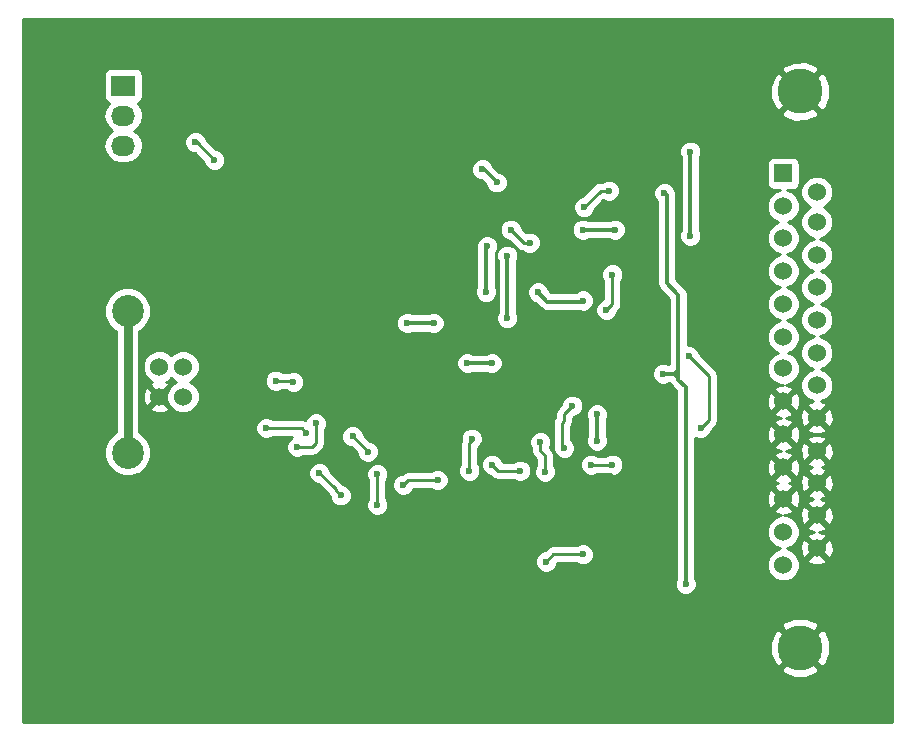
<source format=gbr>
G04 #@! TF.FileFunction,Copper,L2,Bot,Signal*
%FSLAX46Y46*%
G04 Gerber Fmt 4.6, Leading zero omitted, Abs format (unit mm)*
G04 Created by KiCad (PCBNEW 4.0.2-stable) date 2016-06-28 10:59.27*
%MOMM*%
G01*
G04 APERTURE LIST*
%ADD10C,0.100000*%
%ADD11C,3.810000*%
%ADD12R,1.524000X1.524000*%
%ADD13C,1.524000*%
%ADD14R,2.032000X1.727200*%
%ADD15O,2.032000X1.727200*%
%ADD16C,2.700020*%
%ADD17C,0.600000*%
%ADD18C,0.500000*%
%ADD19C,0.250000*%
%ADD20C,0.750000*%
%ADD21C,0.350000*%
%ADD22C,0.254000*%
G04 APERTURE END LIST*
D10*
D11*
X166500000Y-154000000D03*
X166500000Y-106900000D03*
D12*
X165080000Y-113840000D03*
D13*
X165080000Y-116634000D03*
X165080000Y-119301000D03*
X165080000Y-122095000D03*
X165080000Y-124889000D03*
X165080000Y-127683000D03*
X165080000Y-130350000D03*
X165080000Y-133144000D03*
X165080000Y-135938000D03*
X165080000Y-138732000D03*
X165080000Y-141399000D03*
X165080000Y-144193000D03*
X165080000Y-146987000D03*
X167920000Y-115414800D03*
X167920000Y-117954800D03*
X167920000Y-120748800D03*
X167920000Y-123492000D03*
X167920000Y-126235200D03*
X167920000Y-129029200D03*
X167920000Y-131772400D03*
X167920000Y-134515600D03*
X167920000Y-137360400D03*
X167920000Y-140052800D03*
X167920000Y-142796000D03*
X167920000Y-145590000D03*
D14*
X109200000Y-106400000D03*
D15*
X109200000Y-108940000D03*
X109200000Y-111480000D03*
D13*
X114250000Y-130210000D03*
X114250000Y-132750000D03*
X112251020Y-132750000D03*
X112251020Y-130210000D03*
D16*
X109551000Y-125480520D03*
X109551000Y-137479480D03*
D17*
X123600000Y-112500000D03*
X112250000Y-118250000D03*
X114000000Y-113600000D03*
X143700000Y-134900000D03*
X135000000Y-141900000D03*
X119000000Y-138800000D03*
X119900000Y-142200000D03*
X102300000Y-121200000D03*
X102300000Y-141800000D03*
X119200000Y-136400000D03*
X154900000Y-142100000D03*
X150400000Y-139500000D03*
X154000000Y-149300000D03*
X145000000Y-149400000D03*
X139600000Y-141000000D03*
X141000000Y-127300000D03*
X147500000Y-130500000D03*
X144500000Y-128600000D03*
X150500000Y-130500000D03*
X136300000Y-118400000D03*
X132000000Y-123200000D03*
X128100000Y-124200000D03*
X122900000Y-126700000D03*
X127100000Y-129100000D03*
X125300000Y-130800000D03*
X128600000Y-130700000D03*
X111000000Y-139800000D03*
X120600000Y-152100000D03*
X124600000Y-151600000D03*
X132200000Y-148300000D03*
X130300000Y-147100000D03*
X125800000Y-145500000D03*
X143700000Y-143100000D03*
X153900000Y-128700000D03*
X138600000Y-134200000D03*
X136600000Y-136500000D03*
X123900000Y-139500000D03*
X155000000Y-114300000D03*
X144100000Y-117300000D03*
X108700000Y-142800000D03*
X125300000Y-115300000D03*
X125100000Y-108800000D03*
X122100000Y-109200000D03*
X121900000Y-111000000D03*
X119500000Y-131500000D03*
X116900000Y-112700000D03*
X115300000Y-111200000D03*
X140400000Y-129900000D03*
X138300000Y-129900000D03*
X135500000Y-126500000D03*
X133200000Y-126500000D03*
X127600000Y-141100000D03*
X125800000Y-139200000D03*
X144500000Y-136600000D03*
X144900000Y-139100000D03*
X141700000Y-120800000D03*
X141700000Y-126100000D03*
X156800000Y-148600000D03*
X150300000Y-115300000D03*
X148200000Y-116700000D03*
X154900000Y-130800000D03*
X155000000Y-115500000D03*
X138700000Y-136300000D03*
X138500000Y-139000000D03*
X135800000Y-139800000D03*
X132900000Y-140200000D03*
X130700000Y-141900000D03*
X130700000Y-139300000D03*
X128600000Y-136100000D03*
X129900000Y-137400000D03*
X121300000Y-135400000D03*
X124700000Y-135800000D03*
X123600000Y-131500000D03*
X122100000Y-131400000D03*
X125500000Y-135000000D03*
X123900000Y-137000000D03*
X148100000Y-118600000D03*
X150800000Y-118600000D03*
X148100000Y-124600000D03*
X144300000Y-123900000D03*
X157100000Y-129300000D03*
X158100000Y-135400000D03*
X150600000Y-138500000D03*
X148800000Y-138500000D03*
X140800000Y-114600000D03*
X139600000Y-113500000D03*
X157200000Y-112000000D03*
X157200000Y-119100000D03*
X147200000Y-133500000D03*
X146500000Y-137100000D03*
X150600000Y-122400000D03*
X149300000Y-136500000D03*
X149300000Y-134200000D03*
X150100000Y-125400000D03*
X140000000Y-120000000D03*
X139900000Y-123900000D03*
X142000000Y-118600000D03*
X143600000Y-119700000D03*
X142800000Y-139000000D03*
X140400000Y-138500000D03*
X148100000Y-146100000D03*
X145000000Y-146700000D03*
D18*
X112250000Y-118250000D02*
X112300000Y-118200000D01*
X114000000Y-113600000D02*
X114100000Y-113700000D01*
D19*
X120600000Y-152100000D02*
X120700000Y-152100000D01*
X130300000Y-147100000D02*
X130400000Y-147100000D01*
X125800000Y-145500000D02*
X125900000Y-145500000D01*
X143700000Y-143100000D02*
X143800000Y-143100000D01*
X153900000Y-128700000D02*
X154000000Y-128700000D01*
X138600000Y-134200000D02*
X138700000Y-134200000D01*
X144100000Y-117300000D02*
X144100000Y-117400000D01*
D20*
X109551000Y-125480520D02*
X109551000Y-137479480D01*
D19*
X116900000Y-112700000D02*
X115400000Y-111200000D01*
X115400000Y-111200000D02*
X115300000Y-111200000D01*
D21*
X138300000Y-129900000D02*
X140400000Y-129900000D01*
X135500000Y-126500000D02*
X133200000Y-126500000D01*
D19*
X127200000Y-140600000D02*
X127200000Y-140700000D01*
X127200000Y-140700000D02*
X127600000Y-141100000D01*
X127000000Y-140400000D02*
X127200000Y-140600000D01*
X127000000Y-140400000D02*
X125800000Y-139200000D01*
X144900000Y-139100000D02*
X144900000Y-137700000D01*
X144500000Y-137300000D02*
X144500000Y-136600000D01*
X144900000Y-137700000D02*
X144500000Y-137300000D01*
D21*
X141700000Y-121800000D02*
X141700000Y-120800000D01*
X141700000Y-124000000D02*
X141700000Y-126100000D01*
X141700000Y-121800000D02*
X141700000Y-124000000D01*
X156200000Y-131300000D02*
X156800000Y-131900000D01*
X156800000Y-131900000D02*
X156800000Y-148600000D01*
D19*
X149600000Y-115300000D02*
X150300000Y-115300000D01*
X148200000Y-116700000D02*
X149600000Y-115300000D01*
D21*
X156200000Y-130400000D02*
X156200000Y-130500000D01*
X156200000Y-130500000D02*
X155900000Y-130800000D01*
X155900000Y-130800000D02*
X155900000Y-130900000D01*
X155900000Y-130900000D02*
X156200000Y-131200000D01*
X154900000Y-130800000D02*
X155900000Y-130800000D01*
X156200000Y-130800000D02*
X156200000Y-130700000D01*
X155900000Y-130800000D02*
X156200000Y-130800000D01*
X156200000Y-131300000D02*
X156200000Y-131200000D01*
X156200000Y-131200000D02*
X156200000Y-130700000D01*
X156200000Y-130700000D02*
X156200000Y-130400000D01*
X156200000Y-130400000D02*
X156200000Y-130100000D01*
X155000000Y-115500000D02*
X155200000Y-115700000D01*
X155200000Y-115700000D02*
X155200000Y-123100000D01*
X155200000Y-123100000D02*
X156200000Y-124100000D01*
X156200000Y-124100000D02*
X156200000Y-130100000D01*
X156200000Y-131300000D02*
X156200000Y-130900000D01*
X156200000Y-130900000D02*
X156200000Y-131300000D01*
D19*
X138700000Y-136500000D02*
X138700000Y-136300000D01*
X138500000Y-136700000D02*
X138700000Y-136500000D01*
X138500000Y-139000000D02*
X138500000Y-136700000D01*
X133300000Y-139800000D02*
X135800000Y-139800000D01*
X132900000Y-140200000D02*
X133300000Y-139800000D01*
X130700000Y-141900000D02*
X130700000Y-139300000D01*
X128600000Y-136100000D02*
X129900000Y-137400000D01*
X124300000Y-135400000D02*
X121300000Y-135400000D01*
X124700000Y-135800000D02*
X124300000Y-135400000D01*
X123500000Y-131400000D02*
X122100000Y-131400000D01*
X123600000Y-131500000D02*
X123500000Y-131400000D01*
X125500000Y-136700000D02*
X125500000Y-135000000D01*
X125200000Y-137000000D02*
X125500000Y-136700000D01*
X123900000Y-137000000D02*
X125200000Y-137000000D01*
D21*
X150800000Y-118600000D02*
X148100000Y-118600000D01*
X148100000Y-124600000D02*
X148000000Y-124700000D01*
X148000000Y-124700000D02*
X145100000Y-124700000D01*
X145100000Y-124700000D02*
X144300000Y-123900000D01*
D19*
X158100000Y-135400000D02*
X158800000Y-134700000D01*
X158000000Y-130200000D02*
X157100000Y-129300000D01*
X158800000Y-131000000D02*
X158000000Y-130200000D01*
X158800000Y-134700000D02*
X158800000Y-131000000D01*
X158100000Y-135400000D02*
X158000000Y-135300000D01*
X148800000Y-138500000D02*
X150600000Y-138500000D01*
D21*
X157200000Y-112000000D02*
X157200000Y-119100000D01*
X140800000Y-114600000D02*
X139700000Y-113500000D01*
X139700000Y-113500000D02*
X139600000Y-113500000D01*
D19*
X146300000Y-135000000D02*
X146300000Y-136900000D01*
X146500000Y-134200000D02*
X147200000Y-133500000D01*
X146300000Y-135000000D02*
X146500000Y-134800000D01*
X146500000Y-134800000D02*
X146500000Y-134200000D01*
X146300000Y-136900000D02*
X146500000Y-137100000D01*
D21*
X149300000Y-136500000D02*
X149300000Y-134200000D01*
D19*
X150600000Y-124900000D02*
X150600000Y-122400000D01*
X150100000Y-125400000D02*
X150600000Y-124900000D01*
D21*
X140000000Y-120000000D02*
X139900000Y-120100000D01*
X139900000Y-120100000D02*
X139900000Y-123900000D01*
D19*
X143100000Y-119700000D02*
X143600000Y-119700000D01*
X142000000Y-118600000D02*
X143100000Y-119700000D01*
X140900000Y-139000000D02*
X142800000Y-139000000D01*
X140400000Y-138500000D02*
X140900000Y-139000000D01*
X148100000Y-146100000D02*
X145600000Y-146100000D01*
X145600000Y-146100000D02*
X145000000Y-146700000D01*
X148100000Y-146100000D02*
X148050000Y-146150000D01*
D22*
G36*
X174273000Y-160273000D02*
X100727000Y-160273000D01*
X100727000Y-155806440D01*
X164873165Y-155806440D01*
X165082353Y-156167289D01*
X166019650Y-156544824D01*
X167030077Y-156534933D01*
X167917647Y-156167289D01*
X168126835Y-155806440D01*
X166500000Y-154179605D01*
X164873165Y-155806440D01*
X100727000Y-155806440D01*
X100727000Y-153519650D01*
X163955176Y-153519650D01*
X163965067Y-154530077D01*
X164332711Y-155417647D01*
X164693560Y-155626835D01*
X166320395Y-154000000D01*
X166679605Y-154000000D01*
X168306440Y-155626835D01*
X168667289Y-155417647D01*
X169044824Y-154480350D01*
X169034933Y-153469923D01*
X168667289Y-152582353D01*
X168306440Y-152373165D01*
X166679605Y-154000000D01*
X166320395Y-154000000D01*
X164693560Y-152373165D01*
X164332711Y-152582353D01*
X163955176Y-153519650D01*
X100727000Y-153519650D01*
X100727000Y-152193560D01*
X164873165Y-152193560D01*
X166500000Y-153820395D01*
X168126835Y-152193560D01*
X167917647Y-151832711D01*
X166980350Y-151455176D01*
X165969923Y-151465067D01*
X165082353Y-151832711D01*
X164873165Y-152193560D01*
X100727000Y-152193560D01*
X100727000Y-146885167D01*
X144064838Y-146885167D01*
X144206883Y-147228943D01*
X144469673Y-147492192D01*
X144813201Y-147634838D01*
X145185167Y-147635162D01*
X145528943Y-147493117D01*
X145792192Y-147230327D01*
X145934838Y-146886799D01*
X145934861Y-146860000D01*
X147537537Y-146860000D01*
X147569673Y-146892192D01*
X147913201Y-147034838D01*
X148285167Y-147035162D01*
X148628943Y-146893117D01*
X148892192Y-146630327D01*
X149034838Y-146286799D01*
X149035162Y-145914833D01*
X148893117Y-145571057D01*
X148630327Y-145307808D01*
X148286799Y-145165162D01*
X147914833Y-145164838D01*
X147571057Y-145306883D01*
X147537882Y-145340000D01*
X145600000Y-145340000D01*
X145309161Y-145397852D01*
X145062599Y-145562599D01*
X144860320Y-145764878D01*
X144814833Y-145764838D01*
X144471057Y-145906883D01*
X144207808Y-146169673D01*
X144065162Y-146513201D01*
X144064838Y-146885167D01*
X100727000Y-146885167D01*
X100727000Y-125873631D01*
X107565646Y-125873631D01*
X107867209Y-126603469D01*
X108425114Y-127162349D01*
X108541000Y-127210469D01*
X108541000Y-135749019D01*
X108428051Y-135795689D01*
X107869171Y-136353594D01*
X107566335Y-137082905D01*
X107565646Y-137872591D01*
X107867209Y-138602429D01*
X108425114Y-139161309D01*
X109154425Y-139464145D01*
X109944111Y-139464834D01*
X110136919Y-139385167D01*
X124864838Y-139385167D01*
X125006883Y-139728943D01*
X125269673Y-139992192D01*
X125613201Y-140134838D01*
X125660077Y-140134879D01*
X126493337Y-140968139D01*
X126497852Y-140990839D01*
X126662599Y-141237401D01*
X126664878Y-141239680D01*
X126664838Y-141285167D01*
X126806883Y-141628943D01*
X127069673Y-141892192D01*
X127413201Y-142034838D01*
X127785167Y-142035162D01*
X128128943Y-141893117D01*
X128392192Y-141630327D01*
X128534838Y-141286799D01*
X128535162Y-140914833D01*
X128393117Y-140571057D01*
X128130327Y-140307808D01*
X127813278Y-140176157D01*
X127737401Y-140062599D01*
X127159969Y-139485167D01*
X129764838Y-139485167D01*
X129906883Y-139828943D01*
X129940000Y-139862118D01*
X129940000Y-141337537D01*
X129907808Y-141369673D01*
X129765162Y-141713201D01*
X129764838Y-142085167D01*
X129906883Y-142428943D01*
X130169673Y-142692192D01*
X130513201Y-142834838D01*
X130885167Y-142835162D01*
X131228943Y-142693117D01*
X131492192Y-142430327D01*
X131634838Y-142086799D01*
X131635162Y-141714833D01*
X131493117Y-141371057D01*
X131460000Y-141337882D01*
X131460000Y-140385167D01*
X131964838Y-140385167D01*
X132106883Y-140728943D01*
X132369673Y-140992192D01*
X132713201Y-141134838D01*
X133085167Y-141135162D01*
X133428943Y-140993117D01*
X133692192Y-140730327D01*
X133762918Y-140560000D01*
X135237537Y-140560000D01*
X135269673Y-140592192D01*
X135613201Y-140734838D01*
X135985167Y-140735162D01*
X136328943Y-140593117D01*
X136592192Y-140330327D01*
X136734838Y-139986799D01*
X136735162Y-139614833D01*
X136593117Y-139271057D01*
X136507377Y-139185167D01*
X137564838Y-139185167D01*
X137706883Y-139528943D01*
X137969673Y-139792192D01*
X138313201Y-139934838D01*
X138685167Y-139935162D01*
X139028943Y-139793117D01*
X139292192Y-139530327D01*
X139434838Y-139186799D01*
X139435162Y-138814833D01*
X139381586Y-138685167D01*
X139464838Y-138685167D01*
X139606883Y-139028943D01*
X139869673Y-139292192D01*
X140213201Y-139434838D01*
X140260077Y-139434879D01*
X140362599Y-139537401D01*
X140609161Y-139702148D01*
X140900000Y-139760000D01*
X142237537Y-139760000D01*
X142269673Y-139792192D01*
X142613201Y-139934838D01*
X142985167Y-139935162D01*
X143328943Y-139793117D01*
X143592192Y-139530327D01*
X143734838Y-139186799D01*
X143735162Y-138814833D01*
X143593117Y-138471057D01*
X143330327Y-138207808D01*
X142986799Y-138065162D01*
X142614833Y-138064838D01*
X142271057Y-138206883D01*
X142237882Y-138240000D01*
X141304242Y-138240000D01*
X141193117Y-137971057D01*
X140930327Y-137707808D01*
X140586799Y-137565162D01*
X140214833Y-137564838D01*
X139871057Y-137706883D01*
X139607808Y-137969673D01*
X139465162Y-138313201D01*
X139464838Y-138685167D01*
X139381586Y-138685167D01*
X139293117Y-138471057D01*
X139260000Y-138437882D01*
X139260000Y-137062114D01*
X139492192Y-136830327D01*
X139510944Y-136785167D01*
X143564838Y-136785167D01*
X143706883Y-137128943D01*
X143740000Y-137162118D01*
X143740000Y-137300000D01*
X143797852Y-137590839D01*
X143962599Y-137837401D01*
X144140000Y-138014802D01*
X144140000Y-138537537D01*
X144107808Y-138569673D01*
X143965162Y-138913201D01*
X143964838Y-139285167D01*
X144106883Y-139628943D01*
X144369673Y-139892192D01*
X144713201Y-140034838D01*
X145085167Y-140035162D01*
X145428943Y-139893117D01*
X145692192Y-139630327D01*
X145834838Y-139286799D01*
X145835162Y-138914833D01*
X145740267Y-138685167D01*
X147864838Y-138685167D01*
X148006883Y-139028943D01*
X148269673Y-139292192D01*
X148613201Y-139434838D01*
X148985167Y-139435162D01*
X149328943Y-139293117D01*
X149362118Y-139260000D01*
X150037537Y-139260000D01*
X150069673Y-139292192D01*
X150413201Y-139434838D01*
X150785167Y-139435162D01*
X151128943Y-139293117D01*
X151392192Y-139030327D01*
X151534838Y-138686799D01*
X151535162Y-138314833D01*
X151393117Y-137971057D01*
X151130327Y-137707808D01*
X150786799Y-137565162D01*
X150414833Y-137564838D01*
X150071057Y-137706883D01*
X150037882Y-137740000D01*
X149362463Y-137740000D01*
X149330327Y-137707808D01*
X148986799Y-137565162D01*
X148614833Y-137564838D01*
X148271057Y-137706883D01*
X148007808Y-137969673D01*
X147865162Y-138313201D01*
X147864838Y-138685167D01*
X145740267Y-138685167D01*
X145693117Y-138571057D01*
X145660000Y-138537882D01*
X145660000Y-137700000D01*
X145602148Y-137409161D01*
X145602148Y-137409160D01*
X145437401Y-137162599D01*
X145325328Y-137050526D01*
X145434838Y-136786799D01*
X145435162Y-136414833D01*
X145293117Y-136071057D01*
X145030327Y-135807808D01*
X144686799Y-135665162D01*
X144314833Y-135664838D01*
X143971057Y-135806883D01*
X143707808Y-136069673D01*
X143565162Y-136413201D01*
X143564838Y-136785167D01*
X139510944Y-136785167D01*
X139634838Y-136486799D01*
X139635162Y-136114833D01*
X139493117Y-135771057D01*
X139230327Y-135507808D01*
X138886799Y-135365162D01*
X138514833Y-135364838D01*
X138171057Y-135506883D01*
X137907808Y-135769673D01*
X137765162Y-136113201D01*
X137764838Y-136485167D01*
X137776918Y-136514403D01*
X137740000Y-136700000D01*
X137740000Y-138437537D01*
X137707808Y-138469673D01*
X137565162Y-138813201D01*
X137564838Y-139185167D01*
X136507377Y-139185167D01*
X136330327Y-139007808D01*
X135986799Y-138865162D01*
X135614833Y-138864838D01*
X135271057Y-139006883D01*
X135237882Y-139040000D01*
X133300000Y-139040000D01*
X133057414Y-139088254D01*
X133009160Y-139097852D01*
X132762599Y-139262599D01*
X132760320Y-139264878D01*
X132714833Y-139264838D01*
X132371057Y-139406883D01*
X132107808Y-139669673D01*
X131965162Y-140013201D01*
X131964838Y-140385167D01*
X131460000Y-140385167D01*
X131460000Y-139862463D01*
X131492192Y-139830327D01*
X131634838Y-139486799D01*
X131635162Y-139114833D01*
X131493117Y-138771057D01*
X131230327Y-138507808D01*
X130886799Y-138365162D01*
X130514833Y-138364838D01*
X130171057Y-138506883D01*
X129907808Y-138769673D01*
X129765162Y-139113201D01*
X129764838Y-139485167D01*
X127159969Y-139485167D01*
X126735122Y-139060320D01*
X126735162Y-139014833D01*
X126593117Y-138671057D01*
X126330327Y-138407808D01*
X125986799Y-138265162D01*
X125614833Y-138264838D01*
X125271057Y-138406883D01*
X125007808Y-138669673D01*
X124865162Y-139013201D01*
X124864838Y-139385167D01*
X110136919Y-139385167D01*
X110673949Y-139163271D01*
X111232829Y-138605366D01*
X111535665Y-137876055D01*
X111536354Y-137086369D01*
X111234791Y-136356531D01*
X110676886Y-135797651D01*
X110561000Y-135749531D01*
X110561000Y-135585167D01*
X120364838Y-135585167D01*
X120506883Y-135928943D01*
X120769673Y-136192192D01*
X121113201Y-136334838D01*
X121485167Y-136335162D01*
X121828943Y-136193117D01*
X121862118Y-136160000D01*
X123484523Y-136160000D01*
X123371057Y-136206883D01*
X123107808Y-136469673D01*
X122965162Y-136813201D01*
X122964838Y-137185167D01*
X123106883Y-137528943D01*
X123369673Y-137792192D01*
X123713201Y-137934838D01*
X124085167Y-137935162D01*
X124428943Y-137793117D01*
X124462118Y-137760000D01*
X125200000Y-137760000D01*
X125490839Y-137702148D01*
X125737401Y-137537401D01*
X126037401Y-137237401D01*
X126202148Y-136990839D01*
X126260000Y-136700000D01*
X126260000Y-136285167D01*
X127664838Y-136285167D01*
X127806883Y-136628943D01*
X128069673Y-136892192D01*
X128413201Y-137034838D01*
X128460077Y-137034879D01*
X128964878Y-137539680D01*
X128964838Y-137585167D01*
X129106883Y-137928943D01*
X129369673Y-138192192D01*
X129713201Y-138334838D01*
X130085167Y-138335162D01*
X130428943Y-138193117D01*
X130692192Y-137930327D01*
X130834838Y-137586799D01*
X130835162Y-137214833D01*
X130693117Y-136871057D01*
X130430327Y-136607808D01*
X130086799Y-136465162D01*
X130039923Y-136465121D01*
X129535122Y-135960320D01*
X129535162Y-135914833D01*
X129393117Y-135571057D01*
X129130327Y-135307808D01*
X128786799Y-135165162D01*
X128414833Y-135164838D01*
X128071057Y-135306883D01*
X127807808Y-135569673D01*
X127665162Y-135913201D01*
X127664838Y-136285167D01*
X126260000Y-136285167D01*
X126260000Y-135562463D01*
X126292192Y-135530327D01*
X126434838Y-135186799D01*
X126435000Y-135000000D01*
X145540000Y-135000000D01*
X145540000Y-136900000D01*
X145565064Y-137026003D01*
X145564838Y-137285167D01*
X145706883Y-137628943D01*
X145969673Y-137892192D01*
X146313201Y-138034838D01*
X146685167Y-138035162D01*
X147028943Y-137893117D01*
X147292192Y-137630327D01*
X147434838Y-137286799D01*
X147435162Y-136914833D01*
X147293117Y-136571057D01*
X147060000Y-136337533D01*
X147060000Y-135303579D01*
X147202148Y-135090839D01*
X147260000Y-134800000D01*
X147260000Y-134514802D01*
X147339680Y-134435122D01*
X147385167Y-134435162D01*
X147506164Y-134385167D01*
X148364838Y-134385167D01*
X148490000Y-134688083D01*
X148490000Y-136012559D01*
X148365162Y-136313201D01*
X148364838Y-136685167D01*
X148506883Y-137028943D01*
X148769673Y-137292192D01*
X149113201Y-137434838D01*
X149485167Y-137435162D01*
X149828943Y-137293117D01*
X150092192Y-137030327D01*
X150234838Y-136686799D01*
X150235162Y-136314833D01*
X150110000Y-136011917D01*
X150110000Y-134687441D01*
X150234838Y-134386799D01*
X150235162Y-134014833D01*
X150093117Y-133671057D01*
X149830327Y-133407808D01*
X149486799Y-133265162D01*
X149114833Y-133264838D01*
X148771057Y-133406883D01*
X148507808Y-133669673D01*
X148365162Y-134013201D01*
X148364838Y-134385167D01*
X147506164Y-134385167D01*
X147728943Y-134293117D01*
X147992192Y-134030327D01*
X148134838Y-133686799D01*
X148135162Y-133314833D01*
X147993117Y-132971057D01*
X147730327Y-132707808D01*
X147386799Y-132565162D01*
X147014833Y-132564838D01*
X146671057Y-132706883D01*
X146407808Y-132969673D01*
X146265162Y-133313201D01*
X146265121Y-133360076D01*
X145962599Y-133662599D01*
X145797852Y-133909161D01*
X145740000Y-134200000D01*
X145740000Y-134496421D01*
X145597852Y-134709161D01*
X145540000Y-135000000D01*
X126435000Y-135000000D01*
X126435162Y-134814833D01*
X126293117Y-134471057D01*
X126030327Y-134207808D01*
X125686799Y-134065162D01*
X125314833Y-134064838D01*
X124971057Y-134206883D01*
X124707808Y-134469673D01*
X124608233Y-134709474D01*
X124590839Y-134697852D01*
X124300000Y-134640000D01*
X121862463Y-134640000D01*
X121830327Y-134607808D01*
X121486799Y-134465162D01*
X121114833Y-134464838D01*
X120771057Y-134606883D01*
X120507808Y-134869673D01*
X120365162Y-135213201D01*
X120364838Y-135585167D01*
X110561000Y-135585167D01*
X110561000Y-133730213D01*
X111450412Y-133730213D01*
X111519877Y-133972397D01*
X112043322Y-134159144D01*
X112598388Y-134131362D01*
X112982163Y-133972397D01*
X113051628Y-133730213D01*
X112251020Y-132929605D01*
X111450412Y-133730213D01*
X110561000Y-133730213D01*
X110561000Y-132542302D01*
X110841876Y-132542302D01*
X110869658Y-133097368D01*
X111028623Y-133481143D01*
X111270807Y-133550608D01*
X112071415Y-132750000D01*
X111270807Y-131949392D01*
X111028623Y-132018857D01*
X110841876Y-132542302D01*
X110561000Y-132542302D01*
X110561000Y-130486661D01*
X110853778Y-130486661D01*
X111066010Y-131000303D01*
X111458650Y-131393629D01*
X111650747Y-131473395D01*
X111519877Y-131527603D01*
X111450412Y-131769787D01*
X112251020Y-132570395D01*
X113051628Y-131769787D01*
X112982163Y-131527603D01*
X112841702Y-131477491D01*
X113041323Y-131395010D01*
X113250530Y-131186168D01*
X113457630Y-131393629D01*
X113665512Y-131479949D01*
X113459697Y-131564990D01*
X113066371Y-131957630D01*
X112955154Y-132225471D01*
X112430625Y-132750000D01*
X112955189Y-133274564D01*
X113064990Y-133540303D01*
X113457630Y-133933629D01*
X113970900Y-134146757D01*
X114526661Y-134147242D01*
X115040303Y-133935010D01*
X115433629Y-133542370D01*
X115646757Y-133029100D01*
X115647242Y-132473339D01*
X115435010Y-131959697D01*
X115061134Y-131585167D01*
X121164838Y-131585167D01*
X121306883Y-131928943D01*
X121569673Y-132192192D01*
X121913201Y-132334838D01*
X122285167Y-132335162D01*
X122628943Y-132193117D01*
X122662118Y-132160000D01*
X122937711Y-132160000D01*
X123069673Y-132292192D01*
X123413201Y-132434838D01*
X123785167Y-132435162D01*
X124128943Y-132293117D01*
X124392192Y-132030327D01*
X124534838Y-131686799D01*
X124535162Y-131314833D01*
X124398948Y-130985167D01*
X153964838Y-130985167D01*
X154106883Y-131328943D01*
X154369673Y-131592192D01*
X154713201Y-131734838D01*
X155085167Y-131735162D01*
X155388083Y-131610000D01*
X155451675Y-131610000D01*
X155543054Y-131746757D01*
X155627244Y-131872756D01*
X155990000Y-132235513D01*
X155990000Y-148112559D01*
X155865162Y-148413201D01*
X155864838Y-148785167D01*
X156006883Y-149128943D01*
X156269673Y-149392192D01*
X156613201Y-149534838D01*
X156985167Y-149535162D01*
X157328943Y-149393117D01*
X157592192Y-149130327D01*
X157734838Y-148786799D01*
X157735162Y-148414833D01*
X157610000Y-148111917D01*
X157610000Y-144469661D01*
X163682758Y-144469661D01*
X163894990Y-144983303D01*
X164287630Y-145376629D01*
X164800900Y-145589757D01*
X164803336Y-145589759D01*
X164289697Y-145801990D01*
X163896371Y-146194630D01*
X163683243Y-146707900D01*
X163682758Y-147263661D01*
X163894990Y-147777303D01*
X164287630Y-148170629D01*
X164800900Y-148383757D01*
X165356661Y-148384242D01*
X165870303Y-148172010D01*
X166263629Y-147779370D01*
X166476757Y-147266100D01*
X166477242Y-146710339D01*
X166419344Y-146570213D01*
X167119392Y-146570213D01*
X167188857Y-146812397D01*
X167712302Y-146999144D01*
X168267368Y-146971362D01*
X168651143Y-146812397D01*
X168720608Y-146570213D01*
X167920000Y-145769605D01*
X167119392Y-146570213D01*
X166419344Y-146570213D01*
X166265010Y-146196697D01*
X165872370Y-145803371D01*
X165359100Y-145590243D01*
X165356664Y-145590241D01*
X165859915Y-145382302D01*
X166510856Y-145382302D01*
X166538638Y-145937368D01*
X166697603Y-146321143D01*
X166939787Y-146390608D01*
X167740395Y-145590000D01*
X168099605Y-145590000D01*
X168900213Y-146390608D01*
X169142397Y-146321143D01*
X169329144Y-145797698D01*
X169301362Y-145242632D01*
X169142397Y-144858857D01*
X168900213Y-144789392D01*
X168099605Y-145590000D01*
X167740395Y-145590000D01*
X166939787Y-144789392D01*
X166697603Y-144858857D01*
X166510856Y-145382302D01*
X165859915Y-145382302D01*
X165870303Y-145378010D01*
X166263629Y-144985370D01*
X166476757Y-144472100D01*
X166477242Y-143916339D01*
X166419344Y-143776213D01*
X167119392Y-143776213D01*
X167188857Y-144018397D01*
X167703707Y-144202077D01*
X167572632Y-144208638D01*
X167188857Y-144367603D01*
X167119392Y-144609787D01*
X167920000Y-145410395D01*
X168720608Y-144609787D01*
X168651143Y-144367603D01*
X168136293Y-144183923D01*
X168267368Y-144177362D01*
X168651143Y-144018397D01*
X168720608Y-143776213D01*
X167920000Y-142975605D01*
X167119392Y-143776213D01*
X166419344Y-143776213D01*
X166265010Y-143402697D01*
X165872370Y-143009371D01*
X165359100Y-142796243D01*
X165114344Y-142796029D01*
X165427368Y-142780362D01*
X165811143Y-142621397D01*
X165820635Y-142588302D01*
X166510856Y-142588302D01*
X166538638Y-143143368D01*
X166697603Y-143527143D01*
X166939787Y-143596608D01*
X167740395Y-142796000D01*
X168099605Y-142796000D01*
X168900213Y-143596608D01*
X169142397Y-143527143D01*
X169329144Y-143003698D01*
X169301362Y-142448632D01*
X169142397Y-142064857D01*
X168900213Y-141995392D01*
X168099605Y-142796000D01*
X167740395Y-142796000D01*
X166939787Y-141995392D01*
X166697603Y-142064857D01*
X166510856Y-142588302D01*
X165820635Y-142588302D01*
X165880608Y-142379213D01*
X165080000Y-141578605D01*
X164279392Y-142379213D01*
X164348857Y-142621397D01*
X164837668Y-142795788D01*
X164803339Y-142795758D01*
X164289697Y-143007990D01*
X163896371Y-143400630D01*
X163683243Y-143913900D01*
X163682758Y-144469661D01*
X157610000Y-144469661D01*
X157610000Y-141191302D01*
X163670856Y-141191302D01*
X163698638Y-141746368D01*
X163857603Y-142130143D01*
X164099787Y-142199608D01*
X164900395Y-141399000D01*
X165259605Y-141399000D01*
X166060213Y-142199608D01*
X166302397Y-142130143D01*
X166489144Y-141606698D01*
X166461362Y-141051632D01*
X166453650Y-141033013D01*
X167119392Y-141033013D01*
X167188857Y-141275197D01*
X167578835Y-141414328D01*
X167572632Y-141414638D01*
X167188857Y-141573603D01*
X167119392Y-141815787D01*
X167920000Y-142616395D01*
X168720608Y-141815787D01*
X168651143Y-141573603D01*
X168261165Y-141434472D01*
X168267368Y-141434162D01*
X168651143Y-141275197D01*
X168720608Y-141033013D01*
X167920000Y-140232405D01*
X167119392Y-141033013D01*
X166453650Y-141033013D01*
X166302397Y-140667857D01*
X166060213Y-140598392D01*
X165259605Y-141399000D01*
X164900395Y-141399000D01*
X164099787Y-140598392D01*
X163857603Y-140667857D01*
X163670856Y-141191302D01*
X157610000Y-141191302D01*
X157610000Y-139712213D01*
X164279392Y-139712213D01*
X164348857Y-139954397D01*
X164637070Y-140057221D01*
X164348857Y-140176603D01*
X164279392Y-140418787D01*
X165080000Y-141219395D01*
X165880608Y-140418787D01*
X165811143Y-140176603D01*
X165522930Y-140073779D01*
X165811143Y-139954397D01*
X165842491Y-139845102D01*
X166510856Y-139845102D01*
X166538638Y-140400168D01*
X166697603Y-140783943D01*
X166939787Y-140853408D01*
X167740395Y-140052800D01*
X168099605Y-140052800D01*
X168900213Y-140853408D01*
X169142397Y-140783943D01*
X169329144Y-140260498D01*
X169301362Y-139705432D01*
X169142397Y-139321657D01*
X168900213Y-139252192D01*
X168099605Y-140052800D01*
X167740395Y-140052800D01*
X166939787Y-139252192D01*
X166697603Y-139321657D01*
X166510856Y-139845102D01*
X165842491Y-139845102D01*
X165880608Y-139712213D01*
X165080000Y-138911605D01*
X164279392Y-139712213D01*
X157610000Y-139712213D01*
X157610000Y-138524302D01*
X163670856Y-138524302D01*
X163698638Y-139079368D01*
X163857603Y-139463143D01*
X164099787Y-139532608D01*
X164900395Y-138732000D01*
X165259605Y-138732000D01*
X166060213Y-139532608D01*
X166302397Y-139463143D01*
X166489144Y-138939698D01*
X166461362Y-138384632D01*
X166443129Y-138340613D01*
X167119392Y-138340613D01*
X167188857Y-138582797D01*
X167510015Y-138697375D01*
X167188857Y-138830403D01*
X167119392Y-139072587D01*
X167920000Y-139873195D01*
X168720608Y-139072587D01*
X168651143Y-138830403D01*
X168329985Y-138715825D01*
X168651143Y-138582797D01*
X168720608Y-138340613D01*
X167920000Y-137540005D01*
X167119392Y-138340613D01*
X166443129Y-138340613D01*
X166302397Y-138000857D01*
X166060213Y-137931392D01*
X165259605Y-138732000D01*
X164900395Y-138732000D01*
X164099787Y-137931392D01*
X163857603Y-138000857D01*
X163670856Y-138524302D01*
X157610000Y-138524302D01*
X157610000Y-136918213D01*
X164279392Y-136918213D01*
X164348857Y-137160397D01*
X164863707Y-137344077D01*
X164732632Y-137350638D01*
X164348857Y-137509603D01*
X164279392Y-137751787D01*
X165080000Y-138552395D01*
X165880608Y-137751787D01*
X165811143Y-137509603D01*
X165296293Y-137325923D01*
X165427368Y-137319362D01*
X165811143Y-137160397D01*
X165813350Y-137152702D01*
X166510856Y-137152702D01*
X166538638Y-137707768D01*
X166697603Y-138091543D01*
X166939787Y-138161008D01*
X167740395Y-137360400D01*
X168099605Y-137360400D01*
X168900213Y-138161008D01*
X169142397Y-138091543D01*
X169329144Y-137568098D01*
X169301362Y-137013032D01*
X169142397Y-136629257D01*
X168900213Y-136559792D01*
X168099605Y-137360400D01*
X167740395Y-137360400D01*
X166939787Y-136559792D01*
X166697603Y-136629257D01*
X166510856Y-137152702D01*
X165813350Y-137152702D01*
X165880608Y-136918213D01*
X165080000Y-136117605D01*
X164279392Y-136918213D01*
X157610000Y-136918213D01*
X157610000Y-136208937D01*
X157913201Y-136334838D01*
X158285167Y-136335162D01*
X158628943Y-136193117D01*
X158892192Y-135930327D01*
X158975250Y-135730302D01*
X163670856Y-135730302D01*
X163698638Y-136285368D01*
X163857603Y-136669143D01*
X164099787Y-136738608D01*
X164900395Y-135938000D01*
X165259605Y-135938000D01*
X166060213Y-136738608D01*
X166302397Y-136669143D01*
X166405486Y-136380187D01*
X167119392Y-136380187D01*
X167920000Y-137180795D01*
X168720608Y-136380187D01*
X168651143Y-136138003D01*
X168127698Y-135951256D01*
X167572632Y-135979038D01*
X167188857Y-136138003D01*
X167119392Y-136380187D01*
X166405486Y-136380187D01*
X166489144Y-136145698D01*
X166461362Y-135590632D01*
X166422087Y-135495813D01*
X167119392Y-135495813D01*
X167188857Y-135737997D01*
X167712302Y-135924744D01*
X168267368Y-135896962D01*
X168651143Y-135737997D01*
X168720608Y-135495813D01*
X167920000Y-134695205D01*
X167119392Y-135495813D01*
X166422087Y-135495813D01*
X166302397Y-135206857D01*
X166060213Y-135137392D01*
X165259605Y-135938000D01*
X164900395Y-135938000D01*
X164099787Y-135137392D01*
X163857603Y-135206857D01*
X163670856Y-135730302D01*
X158975250Y-135730302D01*
X159034838Y-135586799D01*
X159034879Y-135539924D01*
X159337401Y-135237402D01*
X159447480Y-135072655D01*
X159502148Y-134990839D01*
X159560000Y-134700000D01*
X159560000Y-134124213D01*
X164279392Y-134124213D01*
X164348857Y-134366397D01*
X164863707Y-134550077D01*
X164732632Y-134556638D01*
X164348857Y-134715603D01*
X164279392Y-134957787D01*
X165080000Y-135758395D01*
X165880608Y-134957787D01*
X165811143Y-134715603D01*
X165296293Y-134531923D01*
X165427368Y-134525362D01*
X165811143Y-134366397D01*
X165827920Y-134307902D01*
X166510856Y-134307902D01*
X166538638Y-134862968D01*
X166697603Y-135246743D01*
X166939787Y-135316208D01*
X167740395Y-134515600D01*
X168099605Y-134515600D01*
X168900213Y-135316208D01*
X169142397Y-135246743D01*
X169329144Y-134723298D01*
X169301362Y-134168232D01*
X169142397Y-133784457D01*
X168900213Y-133714992D01*
X168099605Y-134515600D01*
X167740395Y-134515600D01*
X166939787Y-133714992D01*
X166697603Y-133784457D01*
X166510856Y-134307902D01*
X165827920Y-134307902D01*
X165880608Y-134124213D01*
X165080000Y-133323605D01*
X164279392Y-134124213D01*
X159560000Y-134124213D01*
X159560000Y-132936302D01*
X163670856Y-132936302D01*
X163698638Y-133491368D01*
X163857603Y-133875143D01*
X164099787Y-133944608D01*
X164900395Y-133144000D01*
X165259605Y-133144000D01*
X166060213Y-133944608D01*
X166302397Y-133875143D01*
X166489144Y-133351698D01*
X166461362Y-132796632D01*
X166302397Y-132412857D01*
X166060213Y-132343392D01*
X165259605Y-133144000D01*
X164900395Y-133144000D01*
X164099787Y-132343392D01*
X163857603Y-132412857D01*
X163670856Y-132936302D01*
X159560000Y-132936302D01*
X159560000Y-131000000D01*
X159502148Y-130709161D01*
X159337401Y-130462599D01*
X158035122Y-129160320D01*
X158035162Y-129114833D01*
X157893117Y-128771057D01*
X157630327Y-128507808D01*
X157286799Y-128365162D01*
X157010000Y-128364921D01*
X157010000Y-124100000D01*
X156980493Y-123951658D01*
X156948343Y-123790027D01*
X156772757Y-123527244D01*
X156010000Y-122764488D01*
X156010000Y-115700000D01*
X156008787Y-115693900D01*
X155948343Y-115390027D01*
X155935114Y-115370228D01*
X155935162Y-115314833D01*
X155793117Y-114971057D01*
X155530327Y-114707808D01*
X155186799Y-114565162D01*
X154814833Y-114564838D01*
X154471057Y-114706883D01*
X154207808Y-114969673D01*
X154065162Y-115313201D01*
X154064838Y-115685167D01*
X154206883Y-116028943D01*
X154390000Y-116212380D01*
X154390000Y-123100000D01*
X154451658Y-123409974D01*
X154530016Y-123527244D01*
X154627244Y-123672756D01*
X155390000Y-124435513D01*
X155390000Y-129990000D01*
X155387441Y-129990000D01*
X155086799Y-129865162D01*
X154714833Y-129864838D01*
X154371057Y-130006883D01*
X154107808Y-130269673D01*
X153965162Y-130613201D01*
X153964838Y-130985167D01*
X124398948Y-130985167D01*
X124393117Y-130971057D01*
X124130327Y-130707808D01*
X123786799Y-130565162D01*
X123414833Y-130564838D01*
X123232927Y-130640000D01*
X122662463Y-130640000D01*
X122630327Y-130607808D01*
X122286799Y-130465162D01*
X121914833Y-130464838D01*
X121571057Y-130606883D01*
X121307808Y-130869673D01*
X121165162Y-131213201D01*
X121164838Y-131585167D01*
X115061134Y-131585167D01*
X115042370Y-131566371D01*
X114834488Y-131480051D01*
X115040303Y-131395010D01*
X115433629Y-131002370D01*
X115646757Y-130489100D01*
X115647109Y-130085167D01*
X137364838Y-130085167D01*
X137506883Y-130428943D01*
X137769673Y-130692192D01*
X138113201Y-130834838D01*
X138485167Y-130835162D01*
X138788083Y-130710000D01*
X139912559Y-130710000D01*
X140213201Y-130834838D01*
X140585167Y-130835162D01*
X140928943Y-130693117D01*
X141192192Y-130430327D01*
X141334838Y-130086799D01*
X141335162Y-129714833D01*
X141193117Y-129371057D01*
X140930327Y-129107808D01*
X140586799Y-128965162D01*
X140214833Y-128964838D01*
X139911917Y-129090000D01*
X138787441Y-129090000D01*
X138486799Y-128965162D01*
X138114833Y-128964838D01*
X137771057Y-129106883D01*
X137507808Y-129369673D01*
X137365162Y-129713201D01*
X137364838Y-130085167D01*
X115647109Y-130085167D01*
X115647242Y-129933339D01*
X115435010Y-129419697D01*
X115042370Y-129026371D01*
X114529100Y-128813243D01*
X113973339Y-128812758D01*
X113459697Y-129024990D01*
X113250490Y-129233832D01*
X113043390Y-129026371D01*
X112530120Y-128813243D01*
X111974359Y-128812758D01*
X111460717Y-129024990D01*
X111067391Y-129417630D01*
X110854263Y-129930900D01*
X110853778Y-130486661D01*
X110561000Y-130486661D01*
X110561000Y-127210981D01*
X110673949Y-127164311D01*
X111153930Y-126685167D01*
X132264838Y-126685167D01*
X132406883Y-127028943D01*
X132669673Y-127292192D01*
X133013201Y-127434838D01*
X133385167Y-127435162D01*
X133688083Y-127310000D01*
X135012559Y-127310000D01*
X135313201Y-127434838D01*
X135685167Y-127435162D01*
X136028943Y-127293117D01*
X136292192Y-127030327D01*
X136434838Y-126686799D01*
X136435162Y-126314833D01*
X136293117Y-125971057D01*
X136030327Y-125707808D01*
X135686799Y-125565162D01*
X135314833Y-125564838D01*
X135011917Y-125690000D01*
X133687441Y-125690000D01*
X133386799Y-125565162D01*
X133014833Y-125564838D01*
X132671057Y-125706883D01*
X132407808Y-125969673D01*
X132265162Y-126313201D01*
X132264838Y-126685167D01*
X111153930Y-126685167D01*
X111232829Y-126606406D01*
X111535665Y-125877095D01*
X111536354Y-125087409D01*
X111234791Y-124357571D01*
X110962863Y-124085167D01*
X138964838Y-124085167D01*
X139106883Y-124428943D01*
X139369673Y-124692192D01*
X139713201Y-124834838D01*
X140085167Y-124835162D01*
X140428943Y-124693117D01*
X140692192Y-124430327D01*
X140834838Y-124086799D01*
X140835162Y-123714833D01*
X140710000Y-123411917D01*
X140710000Y-120985167D01*
X140764838Y-120985167D01*
X140890000Y-121288083D01*
X140890000Y-125612559D01*
X140765162Y-125913201D01*
X140764838Y-126285167D01*
X140906883Y-126628943D01*
X141169673Y-126892192D01*
X141513201Y-127034838D01*
X141885167Y-127035162D01*
X142228943Y-126893117D01*
X142492192Y-126630327D01*
X142634838Y-126286799D01*
X142635162Y-125914833D01*
X142510000Y-125611917D01*
X142510000Y-125585167D01*
X149164838Y-125585167D01*
X149306883Y-125928943D01*
X149569673Y-126192192D01*
X149913201Y-126334838D01*
X150285167Y-126335162D01*
X150628943Y-126193117D01*
X150892192Y-125930327D01*
X151034838Y-125586799D01*
X151034879Y-125539923D01*
X151137401Y-125437401D01*
X151302148Y-125190839D01*
X151360000Y-124900000D01*
X151360000Y-122962463D01*
X151392192Y-122930327D01*
X151534838Y-122586799D01*
X151535162Y-122214833D01*
X151393117Y-121871057D01*
X151130327Y-121607808D01*
X150786799Y-121465162D01*
X150414833Y-121464838D01*
X150071057Y-121606883D01*
X149807808Y-121869673D01*
X149665162Y-122213201D01*
X149664838Y-122585167D01*
X149806883Y-122928943D01*
X149840000Y-122962118D01*
X149840000Y-124495758D01*
X149571057Y-124606883D01*
X149307808Y-124869673D01*
X149165162Y-125213201D01*
X149164838Y-125585167D01*
X142510000Y-125585167D01*
X142510000Y-124085167D01*
X143364838Y-124085167D01*
X143506883Y-124428943D01*
X143769673Y-124692192D01*
X144072372Y-124817884D01*
X144527244Y-125272757D01*
X144790027Y-125448343D01*
X144927897Y-125475766D01*
X145100000Y-125510000D01*
X147853385Y-125510000D01*
X147913201Y-125534838D01*
X148285167Y-125535162D01*
X148628943Y-125393117D01*
X148892192Y-125130327D01*
X149034838Y-124786799D01*
X149035162Y-124414833D01*
X148893117Y-124071057D01*
X148630327Y-123807808D01*
X148286799Y-123665162D01*
X147914833Y-123664838D01*
X147571057Y-123806883D01*
X147487795Y-123890000D01*
X145435513Y-123890000D01*
X145217430Y-123671917D01*
X145093117Y-123371057D01*
X144830327Y-123107808D01*
X144486799Y-122965162D01*
X144114833Y-122964838D01*
X143771057Y-123106883D01*
X143507808Y-123369673D01*
X143365162Y-123713201D01*
X143364838Y-124085167D01*
X142510000Y-124085167D01*
X142510000Y-121287441D01*
X142634838Y-120986799D01*
X142635162Y-120614833D01*
X142493117Y-120271057D01*
X142230327Y-120007808D01*
X141886799Y-119865162D01*
X141514833Y-119864838D01*
X141171057Y-120006883D01*
X140907808Y-120269673D01*
X140765162Y-120613201D01*
X140764838Y-120985167D01*
X140710000Y-120985167D01*
X140710000Y-120612376D01*
X140792192Y-120530327D01*
X140934838Y-120186799D01*
X140935162Y-119814833D01*
X140793117Y-119471057D01*
X140530327Y-119207808D01*
X140186799Y-119065162D01*
X139814833Y-119064838D01*
X139471057Y-119206883D01*
X139207808Y-119469673D01*
X139065162Y-119813201D01*
X139064838Y-120185167D01*
X139090000Y-120246064D01*
X139090000Y-123412559D01*
X138965162Y-123713201D01*
X138964838Y-124085167D01*
X110962863Y-124085167D01*
X110676886Y-123798691D01*
X109947575Y-123495855D01*
X109157889Y-123495166D01*
X108428051Y-123796729D01*
X107869171Y-124354634D01*
X107566335Y-125083945D01*
X107565646Y-125873631D01*
X100727000Y-125873631D01*
X100727000Y-118785167D01*
X141064838Y-118785167D01*
X141206883Y-119128943D01*
X141469673Y-119392192D01*
X141813201Y-119534838D01*
X141860077Y-119534879D01*
X142562599Y-120237401D01*
X142809161Y-120402148D01*
X143022061Y-120444497D01*
X143069673Y-120492192D01*
X143413201Y-120634838D01*
X143785167Y-120635162D01*
X144128943Y-120493117D01*
X144392192Y-120230327D01*
X144534838Y-119886799D01*
X144535162Y-119514833D01*
X144393117Y-119171057D01*
X144130327Y-118907808D01*
X143834977Y-118785167D01*
X147164838Y-118785167D01*
X147306883Y-119128943D01*
X147569673Y-119392192D01*
X147913201Y-119534838D01*
X148285167Y-119535162D01*
X148588083Y-119410000D01*
X150312559Y-119410000D01*
X150613201Y-119534838D01*
X150985167Y-119535162D01*
X151328943Y-119393117D01*
X151592192Y-119130327D01*
X151734838Y-118786799D01*
X151735162Y-118414833D01*
X151593117Y-118071057D01*
X151330327Y-117807808D01*
X150986799Y-117665162D01*
X150614833Y-117664838D01*
X150311917Y-117790000D01*
X148587441Y-117790000D01*
X148286799Y-117665162D01*
X147914833Y-117664838D01*
X147571057Y-117806883D01*
X147307808Y-118069673D01*
X147165162Y-118413201D01*
X147164838Y-118785167D01*
X143834977Y-118785167D01*
X143786799Y-118765162D01*
X143414833Y-118764838D01*
X143290863Y-118816061D01*
X142935122Y-118460320D01*
X142935162Y-118414833D01*
X142793117Y-118071057D01*
X142530327Y-117807808D01*
X142186799Y-117665162D01*
X141814833Y-117664838D01*
X141471057Y-117806883D01*
X141207808Y-118069673D01*
X141065162Y-118413201D01*
X141064838Y-118785167D01*
X100727000Y-118785167D01*
X100727000Y-116885167D01*
X147264838Y-116885167D01*
X147406883Y-117228943D01*
X147669673Y-117492192D01*
X148013201Y-117634838D01*
X148385167Y-117635162D01*
X148728943Y-117493117D01*
X148992192Y-117230327D01*
X149134838Y-116886799D01*
X149134879Y-116839923D01*
X149849474Y-116125328D01*
X150113201Y-116234838D01*
X150485167Y-116235162D01*
X150828943Y-116093117D01*
X151092192Y-115830327D01*
X151234838Y-115486799D01*
X151235162Y-115114833D01*
X151093117Y-114771057D01*
X150830327Y-114507808D01*
X150486799Y-114365162D01*
X150114833Y-114364838D01*
X149771057Y-114506883D01*
X149737882Y-114540000D01*
X149600000Y-114540000D01*
X149309161Y-114597852D01*
X149062599Y-114762599D01*
X148060320Y-115764878D01*
X148014833Y-115764838D01*
X147671057Y-115906883D01*
X147407808Y-116169673D01*
X147265162Y-116513201D01*
X147264838Y-116885167D01*
X100727000Y-116885167D01*
X100727000Y-113685167D01*
X138664838Y-113685167D01*
X138806883Y-114028943D01*
X139069673Y-114292192D01*
X139413201Y-114434838D01*
X139489392Y-114434904D01*
X139882571Y-114828083D01*
X140006883Y-115128943D01*
X140269673Y-115392192D01*
X140613201Y-115534838D01*
X140985167Y-115535162D01*
X141328943Y-115393117D01*
X141592192Y-115130327D01*
X141734838Y-114786799D01*
X141735162Y-114414833D01*
X141593117Y-114071057D01*
X141330327Y-113807808D01*
X141027629Y-113682116D01*
X140447017Y-113101505D01*
X140393117Y-112971057D01*
X140130327Y-112707808D01*
X139786799Y-112565162D01*
X139414833Y-112564838D01*
X139071057Y-112706883D01*
X138807808Y-112969673D01*
X138665162Y-113313201D01*
X138664838Y-113685167D01*
X100727000Y-113685167D01*
X100727000Y-108940000D01*
X107516655Y-108940000D01*
X107630729Y-109513489D01*
X107955585Y-109999670D01*
X108270366Y-110210000D01*
X107955585Y-110420330D01*
X107630729Y-110906511D01*
X107516655Y-111480000D01*
X107630729Y-112053489D01*
X107955585Y-112539670D01*
X108441766Y-112864526D01*
X109015255Y-112978600D01*
X109384745Y-112978600D01*
X109958234Y-112864526D01*
X110444415Y-112539670D01*
X110769271Y-112053489D01*
X110883345Y-111480000D01*
X110864482Y-111385167D01*
X114364838Y-111385167D01*
X114506883Y-111728943D01*
X114769673Y-111992192D01*
X115113201Y-112134838D01*
X115260164Y-112134966D01*
X115964878Y-112839680D01*
X115964838Y-112885167D01*
X116106883Y-113228943D01*
X116369673Y-113492192D01*
X116713201Y-113634838D01*
X117085167Y-113635162D01*
X117428943Y-113493117D01*
X117692192Y-113230327D01*
X117834838Y-112886799D01*
X117835162Y-112514833D01*
X117698948Y-112185167D01*
X156264838Y-112185167D01*
X156390000Y-112488083D01*
X156390000Y-118612559D01*
X156265162Y-118913201D01*
X156264838Y-119285167D01*
X156406883Y-119628943D01*
X156669673Y-119892192D01*
X157013201Y-120034838D01*
X157385167Y-120035162D01*
X157728943Y-119893117D01*
X157992192Y-119630327D01*
X158134838Y-119286799D01*
X158135162Y-118914833D01*
X158010000Y-118611917D01*
X158010000Y-113078000D01*
X163670560Y-113078000D01*
X163670560Y-114602000D01*
X163714838Y-114837317D01*
X163853910Y-115053441D01*
X164066110Y-115198431D01*
X164318000Y-115249440D01*
X164772646Y-115249440D01*
X164289697Y-115448990D01*
X163896371Y-115841630D01*
X163683243Y-116354900D01*
X163682758Y-116910661D01*
X163894990Y-117424303D01*
X164287630Y-117817629D01*
X164648815Y-117967606D01*
X164289697Y-118115990D01*
X163896371Y-118508630D01*
X163683243Y-119021900D01*
X163682758Y-119577661D01*
X163894990Y-120091303D01*
X164287630Y-120484629D01*
X164800900Y-120697757D01*
X164803336Y-120697759D01*
X164289697Y-120909990D01*
X163896371Y-121302630D01*
X163683243Y-121815900D01*
X163682758Y-122371661D01*
X163894990Y-122885303D01*
X164287630Y-123278629D01*
X164800900Y-123491757D01*
X164803336Y-123491759D01*
X164289697Y-123703990D01*
X163896371Y-124096630D01*
X163683243Y-124609900D01*
X163682758Y-125165661D01*
X163894990Y-125679303D01*
X164287630Y-126072629D01*
X164800900Y-126285757D01*
X164803336Y-126285759D01*
X164289697Y-126497990D01*
X163896371Y-126890630D01*
X163683243Y-127403900D01*
X163682758Y-127959661D01*
X163894990Y-128473303D01*
X164287630Y-128866629D01*
X164648815Y-129016606D01*
X164289697Y-129164990D01*
X163896371Y-129557630D01*
X163683243Y-130070900D01*
X163682758Y-130626661D01*
X163894990Y-131140303D01*
X164287630Y-131533629D01*
X164800900Y-131746757D01*
X165045656Y-131746971D01*
X164732632Y-131762638D01*
X164348857Y-131921603D01*
X164279392Y-132163787D01*
X165080000Y-132964395D01*
X165880608Y-132163787D01*
X165811143Y-131921603D01*
X165322332Y-131747212D01*
X165356661Y-131747242D01*
X165870303Y-131535010D01*
X166263629Y-131142370D01*
X166476757Y-130629100D01*
X166477242Y-130073339D01*
X166265010Y-129559697D01*
X165872370Y-129166371D01*
X165511185Y-129016394D01*
X165870303Y-128868010D01*
X166263629Y-128475370D01*
X166476757Y-127962100D01*
X166477242Y-127406339D01*
X166265010Y-126892697D01*
X165872370Y-126499371D01*
X165359100Y-126286243D01*
X165356664Y-126286241D01*
X165870303Y-126074010D01*
X166263629Y-125681370D01*
X166476757Y-125168100D01*
X166477242Y-124612339D01*
X166265010Y-124098697D01*
X165872370Y-123705371D01*
X165359100Y-123492243D01*
X165356664Y-123492241D01*
X165870303Y-123280010D01*
X166263629Y-122887370D01*
X166476757Y-122374100D01*
X166477242Y-121818339D01*
X166265010Y-121304697D01*
X165872370Y-120911371D01*
X165359100Y-120698243D01*
X165356664Y-120698241D01*
X165870303Y-120486010D01*
X166263629Y-120093370D01*
X166476757Y-119580100D01*
X166477242Y-119024339D01*
X166265010Y-118510697D01*
X165872370Y-118117371D01*
X165511185Y-117967394D01*
X165870303Y-117819010D01*
X166263629Y-117426370D01*
X166476757Y-116913100D01*
X166477242Y-116357339D01*
X166265010Y-115843697D01*
X166113040Y-115691461D01*
X166522758Y-115691461D01*
X166734990Y-116205103D01*
X167127630Y-116598429D01*
X167335512Y-116684749D01*
X167129697Y-116769790D01*
X166736371Y-117162430D01*
X166523243Y-117675700D01*
X166522758Y-118231461D01*
X166734990Y-118745103D01*
X167127630Y-119138429D01*
X167640900Y-119351557D01*
X167643336Y-119351559D01*
X167129697Y-119563790D01*
X166736371Y-119956430D01*
X166523243Y-120469700D01*
X166522758Y-121025461D01*
X166734990Y-121539103D01*
X167127630Y-121932429D01*
X167580797Y-122120600D01*
X167129697Y-122306990D01*
X166736371Y-122699630D01*
X166523243Y-123212900D01*
X166522758Y-123768661D01*
X166734990Y-124282303D01*
X167127630Y-124675629D01*
X167580797Y-124863800D01*
X167129697Y-125050190D01*
X166736371Y-125442830D01*
X166523243Y-125956100D01*
X166522758Y-126511861D01*
X166734990Y-127025503D01*
X167127630Y-127418829D01*
X167640900Y-127631957D01*
X167643336Y-127631959D01*
X167129697Y-127844190D01*
X166736371Y-128236830D01*
X166523243Y-128750100D01*
X166522758Y-129305861D01*
X166734990Y-129819503D01*
X167127630Y-130212829D01*
X167580797Y-130401000D01*
X167129697Y-130587390D01*
X166736371Y-130980030D01*
X166523243Y-131493300D01*
X166522758Y-132049061D01*
X166734990Y-132562703D01*
X167127630Y-132956029D01*
X167564709Y-133137520D01*
X167188857Y-133293203D01*
X167119392Y-133535387D01*
X167920000Y-134335995D01*
X168720608Y-133535387D01*
X168651143Y-133293203D01*
X168246771Y-133148937D01*
X168710303Y-132957410D01*
X169103629Y-132564770D01*
X169316757Y-132051500D01*
X169317242Y-131495739D01*
X169105010Y-130982097D01*
X168712370Y-130588771D01*
X168259203Y-130400600D01*
X168710303Y-130214210D01*
X169103629Y-129821570D01*
X169316757Y-129308300D01*
X169317242Y-128752539D01*
X169105010Y-128238897D01*
X168712370Y-127845571D01*
X168199100Y-127632443D01*
X168196664Y-127632441D01*
X168710303Y-127420210D01*
X169103629Y-127027570D01*
X169316757Y-126514300D01*
X169317242Y-125958539D01*
X169105010Y-125444897D01*
X168712370Y-125051571D01*
X168259203Y-124863400D01*
X168710303Y-124677010D01*
X169103629Y-124284370D01*
X169316757Y-123771100D01*
X169317242Y-123215339D01*
X169105010Y-122701697D01*
X168712370Y-122308371D01*
X168259203Y-122120200D01*
X168710303Y-121933810D01*
X169103629Y-121541170D01*
X169316757Y-121027900D01*
X169317242Y-120472139D01*
X169105010Y-119958497D01*
X168712370Y-119565171D01*
X168199100Y-119352043D01*
X168196664Y-119352041D01*
X168710303Y-119139810D01*
X169103629Y-118747170D01*
X169316757Y-118233900D01*
X169317242Y-117678139D01*
X169105010Y-117164497D01*
X168712370Y-116771171D01*
X168504488Y-116684851D01*
X168710303Y-116599810D01*
X169103629Y-116207170D01*
X169316757Y-115693900D01*
X169317242Y-115138139D01*
X169105010Y-114624497D01*
X168712370Y-114231171D01*
X168199100Y-114018043D01*
X167643339Y-114017558D01*
X167129697Y-114229790D01*
X166736371Y-114622430D01*
X166523243Y-115135700D01*
X166522758Y-115691461D01*
X166113040Y-115691461D01*
X165872370Y-115450371D01*
X165388474Y-115249440D01*
X165842000Y-115249440D01*
X166077317Y-115205162D01*
X166293441Y-115066090D01*
X166438431Y-114853890D01*
X166489440Y-114602000D01*
X166489440Y-113078000D01*
X166445162Y-112842683D01*
X166306090Y-112626559D01*
X166093890Y-112481569D01*
X165842000Y-112430560D01*
X164318000Y-112430560D01*
X164082683Y-112474838D01*
X163866559Y-112613910D01*
X163721569Y-112826110D01*
X163670560Y-113078000D01*
X158010000Y-113078000D01*
X158010000Y-112487441D01*
X158134838Y-112186799D01*
X158135162Y-111814833D01*
X157993117Y-111471057D01*
X157730327Y-111207808D01*
X157386799Y-111065162D01*
X157014833Y-111064838D01*
X156671057Y-111206883D01*
X156407808Y-111469673D01*
X156265162Y-111813201D01*
X156264838Y-112185167D01*
X117698948Y-112185167D01*
X117693117Y-112171057D01*
X117430327Y-111907808D01*
X117086799Y-111765162D01*
X117039923Y-111765121D01*
X116196806Y-110922004D01*
X116093117Y-110671057D01*
X115830327Y-110407808D01*
X115486799Y-110265162D01*
X115114833Y-110264838D01*
X114771057Y-110406883D01*
X114507808Y-110669673D01*
X114365162Y-111013201D01*
X114364838Y-111385167D01*
X110864482Y-111385167D01*
X110769271Y-110906511D01*
X110444415Y-110420330D01*
X110129634Y-110210000D01*
X110444415Y-109999670D01*
X110769271Y-109513489D01*
X110883345Y-108940000D01*
X110836888Y-108706440D01*
X164873165Y-108706440D01*
X165082353Y-109067289D01*
X166019650Y-109444824D01*
X167030077Y-109434933D01*
X167917647Y-109067289D01*
X168126835Y-108706440D01*
X166500000Y-107079605D01*
X164873165Y-108706440D01*
X110836888Y-108706440D01*
X110769271Y-108366511D01*
X110444415Y-107880330D01*
X110430087Y-107870757D01*
X110451317Y-107866762D01*
X110667441Y-107727690D01*
X110812431Y-107515490D01*
X110863440Y-107263600D01*
X110863440Y-106419650D01*
X163955176Y-106419650D01*
X163965067Y-107430077D01*
X164332711Y-108317647D01*
X164693560Y-108526835D01*
X166320395Y-106900000D01*
X166679605Y-106900000D01*
X168306440Y-108526835D01*
X168667289Y-108317647D01*
X169044824Y-107380350D01*
X169034933Y-106369923D01*
X168667289Y-105482353D01*
X168306440Y-105273165D01*
X166679605Y-106900000D01*
X166320395Y-106900000D01*
X164693560Y-105273165D01*
X164332711Y-105482353D01*
X163955176Y-106419650D01*
X110863440Y-106419650D01*
X110863440Y-105536400D01*
X110819162Y-105301083D01*
X110685625Y-105093560D01*
X164873165Y-105093560D01*
X166500000Y-106720395D01*
X168126835Y-105093560D01*
X167917647Y-104732711D01*
X166980350Y-104355176D01*
X165969923Y-104365067D01*
X165082353Y-104732711D01*
X164873165Y-105093560D01*
X110685625Y-105093560D01*
X110680090Y-105084959D01*
X110467890Y-104939969D01*
X110216000Y-104888960D01*
X108184000Y-104888960D01*
X107948683Y-104933238D01*
X107732559Y-105072310D01*
X107587569Y-105284510D01*
X107536560Y-105536400D01*
X107536560Y-107263600D01*
X107580838Y-107498917D01*
X107719910Y-107715041D01*
X107932110Y-107860031D01*
X107973439Y-107868400D01*
X107955585Y-107880330D01*
X107630729Y-108366511D01*
X107516655Y-108940000D01*
X100727000Y-108940000D01*
X100727000Y-100727000D01*
X174273000Y-100727000D01*
X174273000Y-160273000D01*
X174273000Y-160273000D01*
G37*
X174273000Y-160273000D02*
X100727000Y-160273000D01*
X100727000Y-155806440D01*
X164873165Y-155806440D01*
X165082353Y-156167289D01*
X166019650Y-156544824D01*
X167030077Y-156534933D01*
X167917647Y-156167289D01*
X168126835Y-155806440D01*
X166500000Y-154179605D01*
X164873165Y-155806440D01*
X100727000Y-155806440D01*
X100727000Y-153519650D01*
X163955176Y-153519650D01*
X163965067Y-154530077D01*
X164332711Y-155417647D01*
X164693560Y-155626835D01*
X166320395Y-154000000D01*
X166679605Y-154000000D01*
X168306440Y-155626835D01*
X168667289Y-155417647D01*
X169044824Y-154480350D01*
X169034933Y-153469923D01*
X168667289Y-152582353D01*
X168306440Y-152373165D01*
X166679605Y-154000000D01*
X166320395Y-154000000D01*
X164693560Y-152373165D01*
X164332711Y-152582353D01*
X163955176Y-153519650D01*
X100727000Y-153519650D01*
X100727000Y-152193560D01*
X164873165Y-152193560D01*
X166500000Y-153820395D01*
X168126835Y-152193560D01*
X167917647Y-151832711D01*
X166980350Y-151455176D01*
X165969923Y-151465067D01*
X165082353Y-151832711D01*
X164873165Y-152193560D01*
X100727000Y-152193560D01*
X100727000Y-146885167D01*
X144064838Y-146885167D01*
X144206883Y-147228943D01*
X144469673Y-147492192D01*
X144813201Y-147634838D01*
X145185167Y-147635162D01*
X145528943Y-147493117D01*
X145792192Y-147230327D01*
X145934838Y-146886799D01*
X145934861Y-146860000D01*
X147537537Y-146860000D01*
X147569673Y-146892192D01*
X147913201Y-147034838D01*
X148285167Y-147035162D01*
X148628943Y-146893117D01*
X148892192Y-146630327D01*
X149034838Y-146286799D01*
X149035162Y-145914833D01*
X148893117Y-145571057D01*
X148630327Y-145307808D01*
X148286799Y-145165162D01*
X147914833Y-145164838D01*
X147571057Y-145306883D01*
X147537882Y-145340000D01*
X145600000Y-145340000D01*
X145309161Y-145397852D01*
X145062599Y-145562599D01*
X144860320Y-145764878D01*
X144814833Y-145764838D01*
X144471057Y-145906883D01*
X144207808Y-146169673D01*
X144065162Y-146513201D01*
X144064838Y-146885167D01*
X100727000Y-146885167D01*
X100727000Y-125873631D01*
X107565646Y-125873631D01*
X107867209Y-126603469D01*
X108425114Y-127162349D01*
X108541000Y-127210469D01*
X108541000Y-135749019D01*
X108428051Y-135795689D01*
X107869171Y-136353594D01*
X107566335Y-137082905D01*
X107565646Y-137872591D01*
X107867209Y-138602429D01*
X108425114Y-139161309D01*
X109154425Y-139464145D01*
X109944111Y-139464834D01*
X110136919Y-139385167D01*
X124864838Y-139385167D01*
X125006883Y-139728943D01*
X125269673Y-139992192D01*
X125613201Y-140134838D01*
X125660077Y-140134879D01*
X126493337Y-140968139D01*
X126497852Y-140990839D01*
X126662599Y-141237401D01*
X126664878Y-141239680D01*
X126664838Y-141285167D01*
X126806883Y-141628943D01*
X127069673Y-141892192D01*
X127413201Y-142034838D01*
X127785167Y-142035162D01*
X128128943Y-141893117D01*
X128392192Y-141630327D01*
X128534838Y-141286799D01*
X128535162Y-140914833D01*
X128393117Y-140571057D01*
X128130327Y-140307808D01*
X127813278Y-140176157D01*
X127737401Y-140062599D01*
X127159969Y-139485167D01*
X129764838Y-139485167D01*
X129906883Y-139828943D01*
X129940000Y-139862118D01*
X129940000Y-141337537D01*
X129907808Y-141369673D01*
X129765162Y-141713201D01*
X129764838Y-142085167D01*
X129906883Y-142428943D01*
X130169673Y-142692192D01*
X130513201Y-142834838D01*
X130885167Y-142835162D01*
X131228943Y-142693117D01*
X131492192Y-142430327D01*
X131634838Y-142086799D01*
X131635162Y-141714833D01*
X131493117Y-141371057D01*
X131460000Y-141337882D01*
X131460000Y-140385167D01*
X131964838Y-140385167D01*
X132106883Y-140728943D01*
X132369673Y-140992192D01*
X132713201Y-141134838D01*
X133085167Y-141135162D01*
X133428943Y-140993117D01*
X133692192Y-140730327D01*
X133762918Y-140560000D01*
X135237537Y-140560000D01*
X135269673Y-140592192D01*
X135613201Y-140734838D01*
X135985167Y-140735162D01*
X136328943Y-140593117D01*
X136592192Y-140330327D01*
X136734838Y-139986799D01*
X136735162Y-139614833D01*
X136593117Y-139271057D01*
X136507377Y-139185167D01*
X137564838Y-139185167D01*
X137706883Y-139528943D01*
X137969673Y-139792192D01*
X138313201Y-139934838D01*
X138685167Y-139935162D01*
X139028943Y-139793117D01*
X139292192Y-139530327D01*
X139434838Y-139186799D01*
X139435162Y-138814833D01*
X139381586Y-138685167D01*
X139464838Y-138685167D01*
X139606883Y-139028943D01*
X139869673Y-139292192D01*
X140213201Y-139434838D01*
X140260077Y-139434879D01*
X140362599Y-139537401D01*
X140609161Y-139702148D01*
X140900000Y-139760000D01*
X142237537Y-139760000D01*
X142269673Y-139792192D01*
X142613201Y-139934838D01*
X142985167Y-139935162D01*
X143328943Y-139793117D01*
X143592192Y-139530327D01*
X143734838Y-139186799D01*
X143735162Y-138814833D01*
X143593117Y-138471057D01*
X143330327Y-138207808D01*
X142986799Y-138065162D01*
X142614833Y-138064838D01*
X142271057Y-138206883D01*
X142237882Y-138240000D01*
X141304242Y-138240000D01*
X141193117Y-137971057D01*
X140930327Y-137707808D01*
X140586799Y-137565162D01*
X140214833Y-137564838D01*
X139871057Y-137706883D01*
X139607808Y-137969673D01*
X139465162Y-138313201D01*
X139464838Y-138685167D01*
X139381586Y-138685167D01*
X139293117Y-138471057D01*
X139260000Y-138437882D01*
X139260000Y-137062114D01*
X139492192Y-136830327D01*
X139510944Y-136785167D01*
X143564838Y-136785167D01*
X143706883Y-137128943D01*
X143740000Y-137162118D01*
X143740000Y-137300000D01*
X143797852Y-137590839D01*
X143962599Y-137837401D01*
X144140000Y-138014802D01*
X144140000Y-138537537D01*
X144107808Y-138569673D01*
X143965162Y-138913201D01*
X143964838Y-139285167D01*
X144106883Y-139628943D01*
X144369673Y-139892192D01*
X144713201Y-140034838D01*
X145085167Y-140035162D01*
X145428943Y-139893117D01*
X145692192Y-139630327D01*
X145834838Y-139286799D01*
X145835162Y-138914833D01*
X145740267Y-138685167D01*
X147864838Y-138685167D01*
X148006883Y-139028943D01*
X148269673Y-139292192D01*
X148613201Y-139434838D01*
X148985167Y-139435162D01*
X149328943Y-139293117D01*
X149362118Y-139260000D01*
X150037537Y-139260000D01*
X150069673Y-139292192D01*
X150413201Y-139434838D01*
X150785167Y-139435162D01*
X151128943Y-139293117D01*
X151392192Y-139030327D01*
X151534838Y-138686799D01*
X151535162Y-138314833D01*
X151393117Y-137971057D01*
X151130327Y-137707808D01*
X150786799Y-137565162D01*
X150414833Y-137564838D01*
X150071057Y-137706883D01*
X150037882Y-137740000D01*
X149362463Y-137740000D01*
X149330327Y-137707808D01*
X148986799Y-137565162D01*
X148614833Y-137564838D01*
X148271057Y-137706883D01*
X148007808Y-137969673D01*
X147865162Y-138313201D01*
X147864838Y-138685167D01*
X145740267Y-138685167D01*
X145693117Y-138571057D01*
X145660000Y-138537882D01*
X145660000Y-137700000D01*
X145602148Y-137409161D01*
X145602148Y-137409160D01*
X145437401Y-137162599D01*
X145325328Y-137050526D01*
X145434838Y-136786799D01*
X145435162Y-136414833D01*
X145293117Y-136071057D01*
X145030327Y-135807808D01*
X144686799Y-135665162D01*
X144314833Y-135664838D01*
X143971057Y-135806883D01*
X143707808Y-136069673D01*
X143565162Y-136413201D01*
X143564838Y-136785167D01*
X139510944Y-136785167D01*
X139634838Y-136486799D01*
X139635162Y-136114833D01*
X139493117Y-135771057D01*
X139230327Y-135507808D01*
X138886799Y-135365162D01*
X138514833Y-135364838D01*
X138171057Y-135506883D01*
X137907808Y-135769673D01*
X137765162Y-136113201D01*
X137764838Y-136485167D01*
X137776918Y-136514403D01*
X137740000Y-136700000D01*
X137740000Y-138437537D01*
X137707808Y-138469673D01*
X137565162Y-138813201D01*
X137564838Y-139185167D01*
X136507377Y-139185167D01*
X136330327Y-139007808D01*
X135986799Y-138865162D01*
X135614833Y-138864838D01*
X135271057Y-139006883D01*
X135237882Y-139040000D01*
X133300000Y-139040000D01*
X133057414Y-139088254D01*
X133009160Y-139097852D01*
X132762599Y-139262599D01*
X132760320Y-139264878D01*
X132714833Y-139264838D01*
X132371057Y-139406883D01*
X132107808Y-139669673D01*
X131965162Y-140013201D01*
X131964838Y-140385167D01*
X131460000Y-140385167D01*
X131460000Y-139862463D01*
X131492192Y-139830327D01*
X131634838Y-139486799D01*
X131635162Y-139114833D01*
X131493117Y-138771057D01*
X131230327Y-138507808D01*
X130886799Y-138365162D01*
X130514833Y-138364838D01*
X130171057Y-138506883D01*
X129907808Y-138769673D01*
X129765162Y-139113201D01*
X129764838Y-139485167D01*
X127159969Y-139485167D01*
X126735122Y-139060320D01*
X126735162Y-139014833D01*
X126593117Y-138671057D01*
X126330327Y-138407808D01*
X125986799Y-138265162D01*
X125614833Y-138264838D01*
X125271057Y-138406883D01*
X125007808Y-138669673D01*
X124865162Y-139013201D01*
X124864838Y-139385167D01*
X110136919Y-139385167D01*
X110673949Y-139163271D01*
X111232829Y-138605366D01*
X111535665Y-137876055D01*
X111536354Y-137086369D01*
X111234791Y-136356531D01*
X110676886Y-135797651D01*
X110561000Y-135749531D01*
X110561000Y-135585167D01*
X120364838Y-135585167D01*
X120506883Y-135928943D01*
X120769673Y-136192192D01*
X121113201Y-136334838D01*
X121485167Y-136335162D01*
X121828943Y-136193117D01*
X121862118Y-136160000D01*
X123484523Y-136160000D01*
X123371057Y-136206883D01*
X123107808Y-136469673D01*
X122965162Y-136813201D01*
X122964838Y-137185167D01*
X123106883Y-137528943D01*
X123369673Y-137792192D01*
X123713201Y-137934838D01*
X124085167Y-137935162D01*
X124428943Y-137793117D01*
X124462118Y-137760000D01*
X125200000Y-137760000D01*
X125490839Y-137702148D01*
X125737401Y-137537401D01*
X126037401Y-137237401D01*
X126202148Y-136990839D01*
X126260000Y-136700000D01*
X126260000Y-136285167D01*
X127664838Y-136285167D01*
X127806883Y-136628943D01*
X128069673Y-136892192D01*
X128413201Y-137034838D01*
X128460077Y-137034879D01*
X128964878Y-137539680D01*
X128964838Y-137585167D01*
X129106883Y-137928943D01*
X129369673Y-138192192D01*
X129713201Y-138334838D01*
X130085167Y-138335162D01*
X130428943Y-138193117D01*
X130692192Y-137930327D01*
X130834838Y-137586799D01*
X130835162Y-137214833D01*
X130693117Y-136871057D01*
X130430327Y-136607808D01*
X130086799Y-136465162D01*
X130039923Y-136465121D01*
X129535122Y-135960320D01*
X129535162Y-135914833D01*
X129393117Y-135571057D01*
X129130327Y-135307808D01*
X128786799Y-135165162D01*
X128414833Y-135164838D01*
X128071057Y-135306883D01*
X127807808Y-135569673D01*
X127665162Y-135913201D01*
X127664838Y-136285167D01*
X126260000Y-136285167D01*
X126260000Y-135562463D01*
X126292192Y-135530327D01*
X126434838Y-135186799D01*
X126435000Y-135000000D01*
X145540000Y-135000000D01*
X145540000Y-136900000D01*
X145565064Y-137026003D01*
X145564838Y-137285167D01*
X145706883Y-137628943D01*
X145969673Y-137892192D01*
X146313201Y-138034838D01*
X146685167Y-138035162D01*
X147028943Y-137893117D01*
X147292192Y-137630327D01*
X147434838Y-137286799D01*
X147435162Y-136914833D01*
X147293117Y-136571057D01*
X147060000Y-136337533D01*
X147060000Y-135303579D01*
X147202148Y-135090839D01*
X147260000Y-134800000D01*
X147260000Y-134514802D01*
X147339680Y-134435122D01*
X147385167Y-134435162D01*
X147506164Y-134385167D01*
X148364838Y-134385167D01*
X148490000Y-134688083D01*
X148490000Y-136012559D01*
X148365162Y-136313201D01*
X148364838Y-136685167D01*
X148506883Y-137028943D01*
X148769673Y-137292192D01*
X149113201Y-137434838D01*
X149485167Y-137435162D01*
X149828943Y-137293117D01*
X150092192Y-137030327D01*
X150234838Y-136686799D01*
X150235162Y-136314833D01*
X150110000Y-136011917D01*
X150110000Y-134687441D01*
X150234838Y-134386799D01*
X150235162Y-134014833D01*
X150093117Y-133671057D01*
X149830327Y-133407808D01*
X149486799Y-133265162D01*
X149114833Y-133264838D01*
X148771057Y-133406883D01*
X148507808Y-133669673D01*
X148365162Y-134013201D01*
X148364838Y-134385167D01*
X147506164Y-134385167D01*
X147728943Y-134293117D01*
X147992192Y-134030327D01*
X148134838Y-133686799D01*
X148135162Y-133314833D01*
X147993117Y-132971057D01*
X147730327Y-132707808D01*
X147386799Y-132565162D01*
X147014833Y-132564838D01*
X146671057Y-132706883D01*
X146407808Y-132969673D01*
X146265162Y-133313201D01*
X146265121Y-133360076D01*
X145962599Y-133662599D01*
X145797852Y-133909161D01*
X145740000Y-134200000D01*
X145740000Y-134496421D01*
X145597852Y-134709161D01*
X145540000Y-135000000D01*
X126435000Y-135000000D01*
X126435162Y-134814833D01*
X126293117Y-134471057D01*
X126030327Y-134207808D01*
X125686799Y-134065162D01*
X125314833Y-134064838D01*
X124971057Y-134206883D01*
X124707808Y-134469673D01*
X124608233Y-134709474D01*
X124590839Y-134697852D01*
X124300000Y-134640000D01*
X121862463Y-134640000D01*
X121830327Y-134607808D01*
X121486799Y-134465162D01*
X121114833Y-134464838D01*
X120771057Y-134606883D01*
X120507808Y-134869673D01*
X120365162Y-135213201D01*
X120364838Y-135585167D01*
X110561000Y-135585167D01*
X110561000Y-133730213D01*
X111450412Y-133730213D01*
X111519877Y-133972397D01*
X112043322Y-134159144D01*
X112598388Y-134131362D01*
X112982163Y-133972397D01*
X113051628Y-133730213D01*
X112251020Y-132929605D01*
X111450412Y-133730213D01*
X110561000Y-133730213D01*
X110561000Y-132542302D01*
X110841876Y-132542302D01*
X110869658Y-133097368D01*
X111028623Y-133481143D01*
X111270807Y-133550608D01*
X112071415Y-132750000D01*
X111270807Y-131949392D01*
X111028623Y-132018857D01*
X110841876Y-132542302D01*
X110561000Y-132542302D01*
X110561000Y-130486661D01*
X110853778Y-130486661D01*
X111066010Y-131000303D01*
X111458650Y-131393629D01*
X111650747Y-131473395D01*
X111519877Y-131527603D01*
X111450412Y-131769787D01*
X112251020Y-132570395D01*
X113051628Y-131769787D01*
X112982163Y-131527603D01*
X112841702Y-131477491D01*
X113041323Y-131395010D01*
X113250530Y-131186168D01*
X113457630Y-131393629D01*
X113665512Y-131479949D01*
X113459697Y-131564990D01*
X113066371Y-131957630D01*
X112955154Y-132225471D01*
X112430625Y-132750000D01*
X112955189Y-133274564D01*
X113064990Y-133540303D01*
X113457630Y-133933629D01*
X113970900Y-134146757D01*
X114526661Y-134147242D01*
X115040303Y-133935010D01*
X115433629Y-133542370D01*
X115646757Y-133029100D01*
X115647242Y-132473339D01*
X115435010Y-131959697D01*
X115061134Y-131585167D01*
X121164838Y-131585167D01*
X121306883Y-131928943D01*
X121569673Y-132192192D01*
X121913201Y-132334838D01*
X122285167Y-132335162D01*
X122628943Y-132193117D01*
X122662118Y-132160000D01*
X122937711Y-132160000D01*
X123069673Y-132292192D01*
X123413201Y-132434838D01*
X123785167Y-132435162D01*
X124128943Y-132293117D01*
X124392192Y-132030327D01*
X124534838Y-131686799D01*
X124535162Y-131314833D01*
X124398948Y-130985167D01*
X153964838Y-130985167D01*
X154106883Y-131328943D01*
X154369673Y-131592192D01*
X154713201Y-131734838D01*
X155085167Y-131735162D01*
X155388083Y-131610000D01*
X155451675Y-131610000D01*
X155543054Y-131746757D01*
X155627244Y-131872756D01*
X155990000Y-132235513D01*
X155990000Y-148112559D01*
X155865162Y-148413201D01*
X155864838Y-148785167D01*
X156006883Y-149128943D01*
X156269673Y-149392192D01*
X156613201Y-149534838D01*
X156985167Y-149535162D01*
X157328943Y-149393117D01*
X157592192Y-149130327D01*
X157734838Y-148786799D01*
X157735162Y-148414833D01*
X157610000Y-148111917D01*
X157610000Y-144469661D01*
X163682758Y-144469661D01*
X163894990Y-144983303D01*
X164287630Y-145376629D01*
X164800900Y-145589757D01*
X164803336Y-145589759D01*
X164289697Y-145801990D01*
X163896371Y-146194630D01*
X163683243Y-146707900D01*
X163682758Y-147263661D01*
X163894990Y-147777303D01*
X164287630Y-148170629D01*
X164800900Y-148383757D01*
X165356661Y-148384242D01*
X165870303Y-148172010D01*
X166263629Y-147779370D01*
X166476757Y-147266100D01*
X166477242Y-146710339D01*
X166419344Y-146570213D01*
X167119392Y-146570213D01*
X167188857Y-146812397D01*
X167712302Y-146999144D01*
X168267368Y-146971362D01*
X168651143Y-146812397D01*
X168720608Y-146570213D01*
X167920000Y-145769605D01*
X167119392Y-146570213D01*
X166419344Y-146570213D01*
X166265010Y-146196697D01*
X165872370Y-145803371D01*
X165359100Y-145590243D01*
X165356664Y-145590241D01*
X165859915Y-145382302D01*
X166510856Y-145382302D01*
X166538638Y-145937368D01*
X166697603Y-146321143D01*
X166939787Y-146390608D01*
X167740395Y-145590000D01*
X168099605Y-145590000D01*
X168900213Y-146390608D01*
X169142397Y-146321143D01*
X169329144Y-145797698D01*
X169301362Y-145242632D01*
X169142397Y-144858857D01*
X168900213Y-144789392D01*
X168099605Y-145590000D01*
X167740395Y-145590000D01*
X166939787Y-144789392D01*
X166697603Y-144858857D01*
X166510856Y-145382302D01*
X165859915Y-145382302D01*
X165870303Y-145378010D01*
X166263629Y-144985370D01*
X166476757Y-144472100D01*
X166477242Y-143916339D01*
X166419344Y-143776213D01*
X167119392Y-143776213D01*
X167188857Y-144018397D01*
X167703707Y-144202077D01*
X167572632Y-144208638D01*
X167188857Y-144367603D01*
X167119392Y-144609787D01*
X167920000Y-145410395D01*
X168720608Y-144609787D01*
X168651143Y-144367603D01*
X168136293Y-144183923D01*
X168267368Y-144177362D01*
X168651143Y-144018397D01*
X168720608Y-143776213D01*
X167920000Y-142975605D01*
X167119392Y-143776213D01*
X166419344Y-143776213D01*
X166265010Y-143402697D01*
X165872370Y-143009371D01*
X165359100Y-142796243D01*
X165114344Y-142796029D01*
X165427368Y-142780362D01*
X165811143Y-142621397D01*
X165820635Y-142588302D01*
X166510856Y-142588302D01*
X166538638Y-143143368D01*
X166697603Y-143527143D01*
X166939787Y-143596608D01*
X167740395Y-142796000D01*
X168099605Y-142796000D01*
X168900213Y-143596608D01*
X169142397Y-143527143D01*
X169329144Y-143003698D01*
X169301362Y-142448632D01*
X169142397Y-142064857D01*
X168900213Y-141995392D01*
X168099605Y-142796000D01*
X167740395Y-142796000D01*
X166939787Y-141995392D01*
X166697603Y-142064857D01*
X166510856Y-142588302D01*
X165820635Y-142588302D01*
X165880608Y-142379213D01*
X165080000Y-141578605D01*
X164279392Y-142379213D01*
X164348857Y-142621397D01*
X164837668Y-142795788D01*
X164803339Y-142795758D01*
X164289697Y-143007990D01*
X163896371Y-143400630D01*
X163683243Y-143913900D01*
X163682758Y-144469661D01*
X157610000Y-144469661D01*
X157610000Y-141191302D01*
X163670856Y-141191302D01*
X163698638Y-141746368D01*
X163857603Y-142130143D01*
X164099787Y-142199608D01*
X164900395Y-141399000D01*
X165259605Y-141399000D01*
X166060213Y-142199608D01*
X166302397Y-142130143D01*
X166489144Y-141606698D01*
X166461362Y-141051632D01*
X166453650Y-141033013D01*
X167119392Y-141033013D01*
X167188857Y-141275197D01*
X167578835Y-141414328D01*
X167572632Y-141414638D01*
X167188857Y-141573603D01*
X167119392Y-141815787D01*
X167920000Y-142616395D01*
X168720608Y-141815787D01*
X168651143Y-141573603D01*
X168261165Y-141434472D01*
X168267368Y-141434162D01*
X168651143Y-141275197D01*
X168720608Y-141033013D01*
X167920000Y-140232405D01*
X167119392Y-141033013D01*
X166453650Y-141033013D01*
X166302397Y-140667857D01*
X166060213Y-140598392D01*
X165259605Y-141399000D01*
X164900395Y-141399000D01*
X164099787Y-140598392D01*
X163857603Y-140667857D01*
X163670856Y-141191302D01*
X157610000Y-141191302D01*
X157610000Y-139712213D01*
X164279392Y-139712213D01*
X164348857Y-139954397D01*
X164637070Y-140057221D01*
X164348857Y-140176603D01*
X164279392Y-140418787D01*
X165080000Y-141219395D01*
X165880608Y-140418787D01*
X165811143Y-140176603D01*
X165522930Y-140073779D01*
X165811143Y-139954397D01*
X165842491Y-139845102D01*
X166510856Y-139845102D01*
X166538638Y-140400168D01*
X166697603Y-140783943D01*
X166939787Y-140853408D01*
X167740395Y-140052800D01*
X168099605Y-140052800D01*
X168900213Y-140853408D01*
X169142397Y-140783943D01*
X169329144Y-140260498D01*
X169301362Y-139705432D01*
X169142397Y-139321657D01*
X168900213Y-139252192D01*
X168099605Y-140052800D01*
X167740395Y-140052800D01*
X166939787Y-139252192D01*
X166697603Y-139321657D01*
X166510856Y-139845102D01*
X165842491Y-139845102D01*
X165880608Y-139712213D01*
X165080000Y-138911605D01*
X164279392Y-139712213D01*
X157610000Y-139712213D01*
X157610000Y-138524302D01*
X163670856Y-138524302D01*
X163698638Y-139079368D01*
X163857603Y-139463143D01*
X164099787Y-139532608D01*
X164900395Y-138732000D01*
X165259605Y-138732000D01*
X166060213Y-139532608D01*
X166302397Y-139463143D01*
X166489144Y-138939698D01*
X166461362Y-138384632D01*
X166443129Y-138340613D01*
X167119392Y-138340613D01*
X167188857Y-138582797D01*
X167510015Y-138697375D01*
X167188857Y-138830403D01*
X167119392Y-139072587D01*
X167920000Y-139873195D01*
X168720608Y-139072587D01*
X168651143Y-138830403D01*
X168329985Y-138715825D01*
X168651143Y-138582797D01*
X168720608Y-138340613D01*
X167920000Y-137540005D01*
X167119392Y-138340613D01*
X166443129Y-138340613D01*
X166302397Y-138000857D01*
X166060213Y-137931392D01*
X165259605Y-138732000D01*
X164900395Y-138732000D01*
X164099787Y-137931392D01*
X163857603Y-138000857D01*
X163670856Y-138524302D01*
X157610000Y-138524302D01*
X157610000Y-136918213D01*
X164279392Y-136918213D01*
X164348857Y-137160397D01*
X164863707Y-137344077D01*
X164732632Y-137350638D01*
X164348857Y-137509603D01*
X164279392Y-137751787D01*
X165080000Y-138552395D01*
X165880608Y-137751787D01*
X165811143Y-137509603D01*
X165296293Y-137325923D01*
X165427368Y-137319362D01*
X165811143Y-137160397D01*
X165813350Y-137152702D01*
X166510856Y-137152702D01*
X166538638Y-137707768D01*
X166697603Y-138091543D01*
X166939787Y-138161008D01*
X167740395Y-137360400D01*
X168099605Y-137360400D01*
X168900213Y-138161008D01*
X169142397Y-138091543D01*
X169329144Y-137568098D01*
X169301362Y-137013032D01*
X169142397Y-136629257D01*
X168900213Y-136559792D01*
X168099605Y-137360400D01*
X167740395Y-137360400D01*
X166939787Y-136559792D01*
X166697603Y-136629257D01*
X166510856Y-137152702D01*
X165813350Y-137152702D01*
X165880608Y-136918213D01*
X165080000Y-136117605D01*
X164279392Y-136918213D01*
X157610000Y-136918213D01*
X157610000Y-136208937D01*
X157913201Y-136334838D01*
X158285167Y-136335162D01*
X158628943Y-136193117D01*
X158892192Y-135930327D01*
X158975250Y-135730302D01*
X163670856Y-135730302D01*
X163698638Y-136285368D01*
X163857603Y-136669143D01*
X164099787Y-136738608D01*
X164900395Y-135938000D01*
X165259605Y-135938000D01*
X166060213Y-136738608D01*
X166302397Y-136669143D01*
X166405486Y-136380187D01*
X167119392Y-136380187D01*
X167920000Y-137180795D01*
X168720608Y-136380187D01*
X168651143Y-136138003D01*
X168127698Y-135951256D01*
X167572632Y-135979038D01*
X167188857Y-136138003D01*
X167119392Y-136380187D01*
X166405486Y-136380187D01*
X166489144Y-136145698D01*
X166461362Y-135590632D01*
X166422087Y-135495813D01*
X167119392Y-135495813D01*
X167188857Y-135737997D01*
X167712302Y-135924744D01*
X168267368Y-135896962D01*
X168651143Y-135737997D01*
X168720608Y-135495813D01*
X167920000Y-134695205D01*
X167119392Y-135495813D01*
X166422087Y-135495813D01*
X166302397Y-135206857D01*
X166060213Y-135137392D01*
X165259605Y-135938000D01*
X164900395Y-135938000D01*
X164099787Y-135137392D01*
X163857603Y-135206857D01*
X163670856Y-135730302D01*
X158975250Y-135730302D01*
X159034838Y-135586799D01*
X159034879Y-135539924D01*
X159337401Y-135237402D01*
X159447480Y-135072655D01*
X159502148Y-134990839D01*
X159560000Y-134700000D01*
X159560000Y-134124213D01*
X164279392Y-134124213D01*
X164348857Y-134366397D01*
X164863707Y-134550077D01*
X164732632Y-134556638D01*
X164348857Y-134715603D01*
X164279392Y-134957787D01*
X165080000Y-135758395D01*
X165880608Y-134957787D01*
X165811143Y-134715603D01*
X165296293Y-134531923D01*
X165427368Y-134525362D01*
X165811143Y-134366397D01*
X165827920Y-134307902D01*
X166510856Y-134307902D01*
X166538638Y-134862968D01*
X166697603Y-135246743D01*
X166939787Y-135316208D01*
X167740395Y-134515600D01*
X168099605Y-134515600D01*
X168900213Y-135316208D01*
X169142397Y-135246743D01*
X169329144Y-134723298D01*
X169301362Y-134168232D01*
X169142397Y-133784457D01*
X168900213Y-133714992D01*
X168099605Y-134515600D01*
X167740395Y-134515600D01*
X166939787Y-133714992D01*
X166697603Y-133784457D01*
X166510856Y-134307902D01*
X165827920Y-134307902D01*
X165880608Y-134124213D01*
X165080000Y-133323605D01*
X164279392Y-134124213D01*
X159560000Y-134124213D01*
X159560000Y-132936302D01*
X163670856Y-132936302D01*
X163698638Y-133491368D01*
X163857603Y-133875143D01*
X164099787Y-133944608D01*
X164900395Y-133144000D01*
X165259605Y-133144000D01*
X166060213Y-133944608D01*
X166302397Y-133875143D01*
X166489144Y-133351698D01*
X166461362Y-132796632D01*
X166302397Y-132412857D01*
X166060213Y-132343392D01*
X165259605Y-133144000D01*
X164900395Y-133144000D01*
X164099787Y-132343392D01*
X163857603Y-132412857D01*
X163670856Y-132936302D01*
X159560000Y-132936302D01*
X159560000Y-131000000D01*
X159502148Y-130709161D01*
X159337401Y-130462599D01*
X158035122Y-129160320D01*
X158035162Y-129114833D01*
X157893117Y-128771057D01*
X157630327Y-128507808D01*
X157286799Y-128365162D01*
X157010000Y-128364921D01*
X157010000Y-124100000D01*
X156980493Y-123951658D01*
X156948343Y-123790027D01*
X156772757Y-123527244D01*
X156010000Y-122764488D01*
X156010000Y-115700000D01*
X156008787Y-115693900D01*
X155948343Y-115390027D01*
X155935114Y-115370228D01*
X155935162Y-115314833D01*
X155793117Y-114971057D01*
X155530327Y-114707808D01*
X155186799Y-114565162D01*
X154814833Y-114564838D01*
X154471057Y-114706883D01*
X154207808Y-114969673D01*
X154065162Y-115313201D01*
X154064838Y-115685167D01*
X154206883Y-116028943D01*
X154390000Y-116212380D01*
X154390000Y-123100000D01*
X154451658Y-123409974D01*
X154530016Y-123527244D01*
X154627244Y-123672756D01*
X155390000Y-124435513D01*
X155390000Y-129990000D01*
X155387441Y-129990000D01*
X155086799Y-129865162D01*
X154714833Y-129864838D01*
X154371057Y-130006883D01*
X154107808Y-130269673D01*
X153965162Y-130613201D01*
X153964838Y-130985167D01*
X124398948Y-130985167D01*
X124393117Y-130971057D01*
X124130327Y-130707808D01*
X123786799Y-130565162D01*
X123414833Y-130564838D01*
X123232927Y-130640000D01*
X122662463Y-130640000D01*
X122630327Y-130607808D01*
X122286799Y-130465162D01*
X121914833Y-130464838D01*
X121571057Y-130606883D01*
X121307808Y-130869673D01*
X121165162Y-131213201D01*
X121164838Y-131585167D01*
X115061134Y-131585167D01*
X115042370Y-131566371D01*
X114834488Y-131480051D01*
X115040303Y-131395010D01*
X115433629Y-131002370D01*
X115646757Y-130489100D01*
X115647109Y-130085167D01*
X137364838Y-130085167D01*
X137506883Y-130428943D01*
X137769673Y-130692192D01*
X138113201Y-130834838D01*
X138485167Y-130835162D01*
X138788083Y-130710000D01*
X139912559Y-130710000D01*
X140213201Y-130834838D01*
X140585167Y-130835162D01*
X140928943Y-130693117D01*
X141192192Y-130430327D01*
X141334838Y-130086799D01*
X141335162Y-129714833D01*
X141193117Y-129371057D01*
X140930327Y-129107808D01*
X140586799Y-128965162D01*
X140214833Y-128964838D01*
X139911917Y-129090000D01*
X138787441Y-129090000D01*
X138486799Y-128965162D01*
X138114833Y-128964838D01*
X137771057Y-129106883D01*
X137507808Y-129369673D01*
X137365162Y-129713201D01*
X137364838Y-130085167D01*
X115647109Y-130085167D01*
X115647242Y-129933339D01*
X115435010Y-129419697D01*
X115042370Y-129026371D01*
X114529100Y-128813243D01*
X113973339Y-128812758D01*
X113459697Y-129024990D01*
X113250490Y-129233832D01*
X113043390Y-129026371D01*
X112530120Y-128813243D01*
X111974359Y-128812758D01*
X111460717Y-129024990D01*
X111067391Y-129417630D01*
X110854263Y-129930900D01*
X110853778Y-130486661D01*
X110561000Y-130486661D01*
X110561000Y-127210981D01*
X110673949Y-127164311D01*
X111153930Y-126685167D01*
X132264838Y-126685167D01*
X132406883Y-127028943D01*
X132669673Y-127292192D01*
X133013201Y-127434838D01*
X133385167Y-127435162D01*
X133688083Y-127310000D01*
X135012559Y-127310000D01*
X135313201Y-127434838D01*
X135685167Y-127435162D01*
X136028943Y-127293117D01*
X136292192Y-127030327D01*
X136434838Y-126686799D01*
X136435162Y-126314833D01*
X136293117Y-125971057D01*
X136030327Y-125707808D01*
X135686799Y-125565162D01*
X135314833Y-125564838D01*
X135011917Y-125690000D01*
X133687441Y-125690000D01*
X133386799Y-125565162D01*
X133014833Y-125564838D01*
X132671057Y-125706883D01*
X132407808Y-125969673D01*
X132265162Y-126313201D01*
X132264838Y-126685167D01*
X111153930Y-126685167D01*
X111232829Y-126606406D01*
X111535665Y-125877095D01*
X111536354Y-125087409D01*
X111234791Y-124357571D01*
X110962863Y-124085167D01*
X138964838Y-124085167D01*
X139106883Y-124428943D01*
X139369673Y-124692192D01*
X139713201Y-124834838D01*
X140085167Y-124835162D01*
X140428943Y-124693117D01*
X140692192Y-124430327D01*
X140834838Y-124086799D01*
X140835162Y-123714833D01*
X140710000Y-123411917D01*
X140710000Y-120985167D01*
X140764838Y-120985167D01*
X140890000Y-121288083D01*
X140890000Y-125612559D01*
X140765162Y-125913201D01*
X140764838Y-126285167D01*
X140906883Y-126628943D01*
X141169673Y-126892192D01*
X141513201Y-127034838D01*
X141885167Y-127035162D01*
X142228943Y-126893117D01*
X142492192Y-126630327D01*
X142634838Y-126286799D01*
X142635162Y-125914833D01*
X142510000Y-125611917D01*
X142510000Y-125585167D01*
X149164838Y-125585167D01*
X149306883Y-125928943D01*
X149569673Y-126192192D01*
X149913201Y-126334838D01*
X150285167Y-126335162D01*
X150628943Y-126193117D01*
X150892192Y-125930327D01*
X151034838Y-125586799D01*
X151034879Y-125539923D01*
X151137401Y-125437401D01*
X151302148Y-125190839D01*
X151360000Y-124900000D01*
X151360000Y-122962463D01*
X151392192Y-122930327D01*
X151534838Y-122586799D01*
X151535162Y-122214833D01*
X151393117Y-121871057D01*
X151130327Y-121607808D01*
X150786799Y-121465162D01*
X150414833Y-121464838D01*
X150071057Y-121606883D01*
X149807808Y-121869673D01*
X149665162Y-122213201D01*
X149664838Y-122585167D01*
X149806883Y-122928943D01*
X149840000Y-122962118D01*
X149840000Y-124495758D01*
X149571057Y-124606883D01*
X149307808Y-124869673D01*
X149165162Y-125213201D01*
X149164838Y-125585167D01*
X142510000Y-125585167D01*
X142510000Y-124085167D01*
X143364838Y-124085167D01*
X143506883Y-124428943D01*
X143769673Y-124692192D01*
X144072372Y-124817884D01*
X144527244Y-125272757D01*
X144790027Y-125448343D01*
X144927897Y-125475766D01*
X145100000Y-125510000D01*
X147853385Y-125510000D01*
X147913201Y-125534838D01*
X148285167Y-125535162D01*
X148628943Y-125393117D01*
X148892192Y-125130327D01*
X149034838Y-124786799D01*
X149035162Y-124414833D01*
X148893117Y-124071057D01*
X148630327Y-123807808D01*
X148286799Y-123665162D01*
X147914833Y-123664838D01*
X147571057Y-123806883D01*
X147487795Y-123890000D01*
X145435513Y-123890000D01*
X145217430Y-123671917D01*
X145093117Y-123371057D01*
X144830327Y-123107808D01*
X144486799Y-122965162D01*
X144114833Y-122964838D01*
X143771057Y-123106883D01*
X143507808Y-123369673D01*
X143365162Y-123713201D01*
X143364838Y-124085167D01*
X142510000Y-124085167D01*
X142510000Y-121287441D01*
X142634838Y-120986799D01*
X142635162Y-120614833D01*
X142493117Y-120271057D01*
X142230327Y-120007808D01*
X141886799Y-119865162D01*
X141514833Y-119864838D01*
X141171057Y-120006883D01*
X140907808Y-120269673D01*
X140765162Y-120613201D01*
X140764838Y-120985167D01*
X140710000Y-120985167D01*
X140710000Y-120612376D01*
X140792192Y-120530327D01*
X140934838Y-120186799D01*
X140935162Y-119814833D01*
X140793117Y-119471057D01*
X140530327Y-119207808D01*
X140186799Y-119065162D01*
X139814833Y-119064838D01*
X139471057Y-119206883D01*
X139207808Y-119469673D01*
X139065162Y-119813201D01*
X139064838Y-120185167D01*
X139090000Y-120246064D01*
X139090000Y-123412559D01*
X138965162Y-123713201D01*
X138964838Y-124085167D01*
X110962863Y-124085167D01*
X110676886Y-123798691D01*
X109947575Y-123495855D01*
X109157889Y-123495166D01*
X108428051Y-123796729D01*
X107869171Y-124354634D01*
X107566335Y-125083945D01*
X107565646Y-125873631D01*
X100727000Y-125873631D01*
X100727000Y-118785167D01*
X141064838Y-118785167D01*
X141206883Y-119128943D01*
X141469673Y-119392192D01*
X141813201Y-119534838D01*
X141860077Y-119534879D01*
X142562599Y-120237401D01*
X142809161Y-120402148D01*
X143022061Y-120444497D01*
X143069673Y-120492192D01*
X143413201Y-120634838D01*
X143785167Y-120635162D01*
X144128943Y-120493117D01*
X144392192Y-120230327D01*
X144534838Y-119886799D01*
X144535162Y-119514833D01*
X144393117Y-119171057D01*
X144130327Y-118907808D01*
X143834977Y-118785167D01*
X147164838Y-118785167D01*
X147306883Y-119128943D01*
X147569673Y-119392192D01*
X147913201Y-119534838D01*
X148285167Y-119535162D01*
X148588083Y-119410000D01*
X150312559Y-119410000D01*
X150613201Y-119534838D01*
X150985167Y-119535162D01*
X151328943Y-119393117D01*
X151592192Y-119130327D01*
X151734838Y-118786799D01*
X151735162Y-118414833D01*
X151593117Y-118071057D01*
X151330327Y-117807808D01*
X150986799Y-117665162D01*
X150614833Y-117664838D01*
X150311917Y-117790000D01*
X148587441Y-117790000D01*
X148286799Y-117665162D01*
X147914833Y-117664838D01*
X147571057Y-117806883D01*
X147307808Y-118069673D01*
X147165162Y-118413201D01*
X147164838Y-118785167D01*
X143834977Y-118785167D01*
X143786799Y-118765162D01*
X143414833Y-118764838D01*
X143290863Y-118816061D01*
X142935122Y-118460320D01*
X142935162Y-118414833D01*
X142793117Y-118071057D01*
X142530327Y-117807808D01*
X142186799Y-117665162D01*
X141814833Y-117664838D01*
X141471057Y-117806883D01*
X141207808Y-118069673D01*
X141065162Y-118413201D01*
X141064838Y-118785167D01*
X100727000Y-118785167D01*
X100727000Y-116885167D01*
X147264838Y-116885167D01*
X147406883Y-117228943D01*
X147669673Y-117492192D01*
X148013201Y-117634838D01*
X148385167Y-117635162D01*
X148728943Y-117493117D01*
X148992192Y-117230327D01*
X149134838Y-116886799D01*
X149134879Y-116839923D01*
X149849474Y-116125328D01*
X150113201Y-116234838D01*
X150485167Y-116235162D01*
X150828943Y-116093117D01*
X151092192Y-115830327D01*
X151234838Y-115486799D01*
X151235162Y-115114833D01*
X151093117Y-114771057D01*
X150830327Y-114507808D01*
X150486799Y-114365162D01*
X150114833Y-114364838D01*
X149771057Y-114506883D01*
X149737882Y-114540000D01*
X149600000Y-114540000D01*
X149309161Y-114597852D01*
X149062599Y-114762599D01*
X148060320Y-115764878D01*
X148014833Y-115764838D01*
X147671057Y-115906883D01*
X147407808Y-116169673D01*
X147265162Y-116513201D01*
X147264838Y-116885167D01*
X100727000Y-116885167D01*
X100727000Y-113685167D01*
X138664838Y-113685167D01*
X138806883Y-114028943D01*
X139069673Y-114292192D01*
X139413201Y-114434838D01*
X139489392Y-114434904D01*
X139882571Y-114828083D01*
X140006883Y-115128943D01*
X140269673Y-115392192D01*
X140613201Y-115534838D01*
X140985167Y-115535162D01*
X141328943Y-115393117D01*
X141592192Y-115130327D01*
X141734838Y-114786799D01*
X141735162Y-114414833D01*
X141593117Y-114071057D01*
X141330327Y-113807808D01*
X141027629Y-113682116D01*
X140447017Y-113101505D01*
X140393117Y-112971057D01*
X140130327Y-112707808D01*
X139786799Y-112565162D01*
X139414833Y-112564838D01*
X139071057Y-112706883D01*
X138807808Y-112969673D01*
X138665162Y-113313201D01*
X138664838Y-113685167D01*
X100727000Y-113685167D01*
X100727000Y-108940000D01*
X107516655Y-108940000D01*
X107630729Y-109513489D01*
X107955585Y-109999670D01*
X108270366Y-110210000D01*
X107955585Y-110420330D01*
X107630729Y-110906511D01*
X107516655Y-111480000D01*
X107630729Y-112053489D01*
X107955585Y-112539670D01*
X108441766Y-112864526D01*
X109015255Y-112978600D01*
X109384745Y-112978600D01*
X109958234Y-112864526D01*
X110444415Y-112539670D01*
X110769271Y-112053489D01*
X110883345Y-111480000D01*
X110864482Y-111385167D01*
X114364838Y-111385167D01*
X114506883Y-111728943D01*
X114769673Y-111992192D01*
X115113201Y-112134838D01*
X115260164Y-112134966D01*
X115964878Y-112839680D01*
X115964838Y-112885167D01*
X116106883Y-113228943D01*
X116369673Y-113492192D01*
X116713201Y-113634838D01*
X117085167Y-113635162D01*
X117428943Y-113493117D01*
X117692192Y-113230327D01*
X117834838Y-112886799D01*
X117835162Y-112514833D01*
X117698948Y-112185167D01*
X156264838Y-112185167D01*
X156390000Y-112488083D01*
X156390000Y-118612559D01*
X156265162Y-118913201D01*
X156264838Y-119285167D01*
X156406883Y-119628943D01*
X156669673Y-119892192D01*
X157013201Y-120034838D01*
X157385167Y-120035162D01*
X157728943Y-119893117D01*
X157992192Y-119630327D01*
X158134838Y-119286799D01*
X158135162Y-118914833D01*
X158010000Y-118611917D01*
X158010000Y-113078000D01*
X163670560Y-113078000D01*
X163670560Y-114602000D01*
X163714838Y-114837317D01*
X163853910Y-115053441D01*
X164066110Y-115198431D01*
X164318000Y-115249440D01*
X164772646Y-115249440D01*
X164289697Y-115448990D01*
X163896371Y-115841630D01*
X163683243Y-116354900D01*
X163682758Y-116910661D01*
X163894990Y-117424303D01*
X164287630Y-117817629D01*
X164648815Y-117967606D01*
X164289697Y-118115990D01*
X163896371Y-118508630D01*
X163683243Y-119021900D01*
X163682758Y-119577661D01*
X163894990Y-120091303D01*
X164287630Y-120484629D01*
X164800900Y-120697757D01*
X164803336Y-120697759D01*
X164289697Y-120909990D01*
X163896371Y-121302630D01*
X163683243Y-121815900D01*
X163682758Y-122371661D01*
X163894990Y-122885303D01*
X164287630Y-123278629D01*
X164800900Y-123491757D01*
X164803336Y-123491759D01*
X164289697Y-123703990D01*
X163896371Y-124096630D01*
X163683243Y-124609900D01*
X163682758Y-125165661D01*
X163894990Y-125679303D01*
X164287630Y-126072629D01*
X164800900Y-126285757D01*
X164803336Y-126285759D01*
X164289697Y-126497990D01*
X163896371Y-126890630D01*
X163683243Y-127403900D01*
X163682758Y-127959661D01*
X163894990Y-128473303D01*
X164287630Y-128866629D01*
X164648815Y-129016606D01*
X164289697Y-129164990D01*
X163896371Y-129557630D01*
X163683243Y-130070900D01*
X163682758Y-130626661D01*
X163894990Y-131140303D01*
X164287630Y-131533629D01*
X164800900Y-131746757D01*
X165045656Y-131746971D01*
X164732632Y-131762638D01*
X164348857Y-131921603D01*
X164279392Y-132163787D01*
X165080000Y-132964395D01*
X165880608Y-132163787D01*
X165811143Y-131921603D01*
X165322332Y-131747212D01*
X165356661Y-131747242D01*
X165870303Y-131535010D01*
X166263629Y-131142370D01*
X166476757Y-130629100D01*
X166477242Y-130073339D01*
X166265010Y-129559697D01*
X165872370Y-129166371D01*
X165511185Y-129016394D01*
X165870303Y-128868010D01*
X166263629Y-128475370D01*
X166476757Y-127962100D01*
X166477242Y-127406339D01*
X166265010Y-126892697D01*
X165872370Y-126499371D01*
X165359100Y-126286243D01*
X165356664Y-126286241D01*
X165870303Y-126074010D01*
X166263629Y-125681370D01*
X166476757Y-125168100D01*
X166477242Y-124612339D01*
X166265010Y-124098697D01*
X165872370Y-123705371D01*
X165359100Y-123492243D01*
X165356664Y-123492241D01*
X165870303Y-123280010D01*
X166263629Y-122887370D01*
X166476757Y-122374100D01*
X166477242Y-121818339D01*
X166265010Y-121304697D01*
X165872370Y-120911371D01*
X165359100Y-120698243D01*
X165356664Y-120698241D01*
X165870303Y-120486010D01*
X166263629Y-120093370D01*
X166476757Y-119580100D01*
X166477242Y-119024339D01*
X166265010Y-118510697D01*
X165872370Y-118117371D01*
X165511185Y-117967394D01*
X165870303Y-117819010D01*
X166263629Y-117426370D01*
X166476757Y-116913100D01*
X166477242Y-116357339D01*
X166265010Y-115843697D01*
X166113040Y-115691461D01*
X166522758Y-115691461D01*
X166734990Y-116205103D01*
X167127630Y-116598429D01*
X167335512Y-116684749D01*
X167129697Y-116769790D01*
X166736371Y-117162430D01*
X166523243Y-117675700D01*
X166522758Y-118231461D01*
X166734990Y-118745103D01*
X167127630Y-119138429D01*
X167640900Y-119351557D01*
X167643336Y-119351559D01*
X167129697Y-119563790D01*
X166736371Y-119956430D01*
X166523243Y-120469700D01*
X166522758Y-121025461D01*
X166734990Y-121539103D01*
X167127630Y-121932429D01*
X167580797Y-122120600D01*
X167129697Y-122306990D01*
X166736371Y-122699630D01*
X166523243Y-123212900D01*
X166522758Y-123768661D01*
X166734990Y-124282303D01*
X167127630Y-124675629D01*
X167580797Y-124863800D01*
X167129697Y-125050190D01*
X166736371Y-125442830D01*
X166523243Y-125956100D01*
X166522758Y-126511861D01*
X166734990Y-127025503D01*
X167127630Y-127418829D01*
X167640900Y-127631957D01*
X167643336Y-127631959D01*
X167129697Y-127844190D01*
X166736371Y-128236830D01*
X166523243Y-128750100D01*
X166522758Y-129305861D01*
X166734990Y-129819503D01*
X167127630Y-130212829D01*
X167580797Y-130401000D01*
X167129697Y-130587390D01*
X166736371Y-130980030D01*
X166523243Y-131493300D01*
X166522758Y-132049061D01*
X166734990Y-132562703D01*
X167127630Y-132956029D01*
X167564709Y-133137520D01*
X167188857Y-133293203D01*
X167119392Y-133535387D01*
X167920000Y-134335995D01*
X168720608Y-133535387D01*
X168651143Y-133293203D01*
X168246771Y-133148937D01*
X168710303Y-132957410D01*
X169103629Y-132564770D01*
X169316757Y-132051500D01*
X169317242Y-131495739D01*
X169105010Y-130982097D01*
X168712370Y-130588771D01*
X168259203Y-130400600D01*
X168710303Y-130214210D01*
X169103629Y-129821570D01*
X169316757Y-129308300D01*
X169317242Y-128752539D01*
X169105010Y-128238897D01*
X168712370Y-127845571D01*
X168199100Y-127632443D01*
X168196664Y-127632441D01*
X168710303Y-127420210D01*
X169103629Y-127027570D01*
X169316757Y-126514300D01*
X169317242Y-125958539D01*
X169105010Y-125444897D01*
X168712370Y-125051571D01*
X168259203Y-124863400D01*
X168710303Y-124677010D01*
X169103629Y-124284370D01*
X169316757Y-123771100D01*
X169317242Y-123215339D01*
X169105010Y-122701697D01*
X168712370Y-122308371D01*
X168259203Y-122120200D01*
X168710303Y-121933810D01*
X169103629Y-121541170D01*
X169316757Y-121027900D01*
X169317242Y-120472139D01*
X169105010Y-119958497D01*
X168712370Y-119565171D01*
X168199100Y-119352043D01*
X168196664Y-119352041D01*
X168710303Y-119139810D01*
X169103629Y-118747170D01*
X169316757Y-118233900D01*
X169317242Y-117678139D01*
X169105010Y-117164497D01*
X168712370Y-116771171D01*
X168504488Y-116684851D01*
X168710303Y-116599810D01*
X169103629Y-116207170D01*
X169316757Y-115693900D01*
X169317242Y-115138139D01*
X169105010Y-114624497D01*
X168712370Y-114231171D01*
X168199100Y-114018043D01*
X167643339Y-114017558D01*
X167129697Y-114229790D01*
X166736371Y-114622430D01*
X166523243Y-115135700D01*
X166522758Y-115691461D01*
X166113040Y-115691461D01*
X165872370Y-115450371D01*
X165388474Y-115249440D01*
X165842000Y-115249440D01*
X166077317Y-115205162D01*
X166293441Y-115066090D01*
X166438431Y-114853890D01*
X166489440Y-114602000D01*
X166489440Y-113078000D01*
X166445162Y-112842683D01*
X166306090Y-112626559D01*
X166093890Y-112481569D01*
X165842000Y-112430560D01*
X164318000Y-112430560D01*
X164082683Y-112474838D01*
X163866559Y-112613910D01*
X163721569Y-112826110D01*
X163670560Y-113078000D01*
X158010000Y-113078000D01*
X158010000Y-112487441D01*
X158134838Y-112186799D01*
X158135162Y-111814833D01*
X157993117Y-111471057D01*
X157730327Y-111207808D01*
X157386799Y-111065162D01*
X157014833Y-111064838D01*
X156671057Y-111206883D01*
X156407808Y-111469673D01*
X156265162Y-111813201D01*
X156264838Y-112185167D01*
X117698948Y-112185167D01*
X117693117Y-112171057D01*
X117430327Y-111907808D01*
X117086799Y-111765162D01*
X117039923Y-111765121D01*
X116196806Y-110922004D01*
X116093117Y-110671057D01*
X115830327Y-110407808D01*
X115486799Y-110265162D01*
X115114833Y-110264838D01*
X114771057Y-110406883D01*
X114507808Y-110669673D01*
X114365162Y-111013201D01*
X114364838Y-111385167D01*
X110864482Y-111385167D01*
X110769271Y-110906511D01*
X110444415Y-110420330D01*
X110129634Y-110210000D01*
X110444415Y-109999670D01*
X110769271Y-109513489D01*
X110883345Y-108940000D01*
X110836888Y-108706440D01*
X164873165Y-108706440D01*
X165082353Y-109067289D01*
X166019650Y-109444824D01*
X167030077Y-109434933D01*
X167917647Y-109067289D01*
X168126835Y-108706440D01*
X166500000Y-107079605D01*
X164873165Y-108706440D01*
X110836888Y-108706440D01*
X110769271Y-108366511D01*
X110444415Y-107880330D01*
X110430087Y-107870757D01*
X110451317Y-107866762D01*
X110667441Y-107727690D01*
X110812431Y-107515490D01*
X110863440Y-107263600D01*
X110863440Y-106419650D01*
X163955176Y-106419650D01*
X163965067Y-107430077D01*
X164332711Y-108317647D01*
X164693560Y-108526835D01*
X166320395Y-106900000D01*
X166679605Y-106900000D01*
X168306440Y-108526835D01*
X168667289Y-108317647D01*
X169044824Y-107380350D01*
X169034933Y-106369923D01*
X168667289Y-105482353D01*
X168306440Y-105273165D01*
X166679605Y-106900000D01*
X166320395Y-106900000D01*
X164693560Y-105273165D01*
X164332711Y-105482353D01*
X163955176Y-106419650D01*
X110863440Y-106419650D01*
X110863440Y-105536400D01*
X110819162Y-105301083D01*
X110685625Y-105093560D01*
X164873165Y-105093560D01*
X166500000Y-106720395D01*
X168126835Y-105093560D01*
X167917647Y-104732711D01*
X166980350Y-104355176D01*
X165969923Y-104365067D01*
X165082353Y-104732711D01*
X164873165Y-105093560D01*
X110685625Y-105093560D01*
X110680090Y-105084959D01*
X110467890Y-104939969D01*
X110216000Y-104888960D01*
X108184000Y-104888960D01*
X107948683Y-104933238D01*
X107732559Y-105072310D01*
X107587569Y-105284510D01*
X107536560Y-105536400D01*
X107536560Y-107263600D01*
X107580838Y-107498917D01*
X107719910Y-107715041D01*
X107932110Y-107860031D01*
X107973439Y-107868400D01*
X107955585Y-107880330D01*
X107630729Y-108366511D01*
X107516655Y-108940000D01*
X100727000Y-108940000D01*
X100727000Y-100727000D01*
X174273000Y-100727000D01*
X174273000Y-160273000D01*
M02*

</source>
